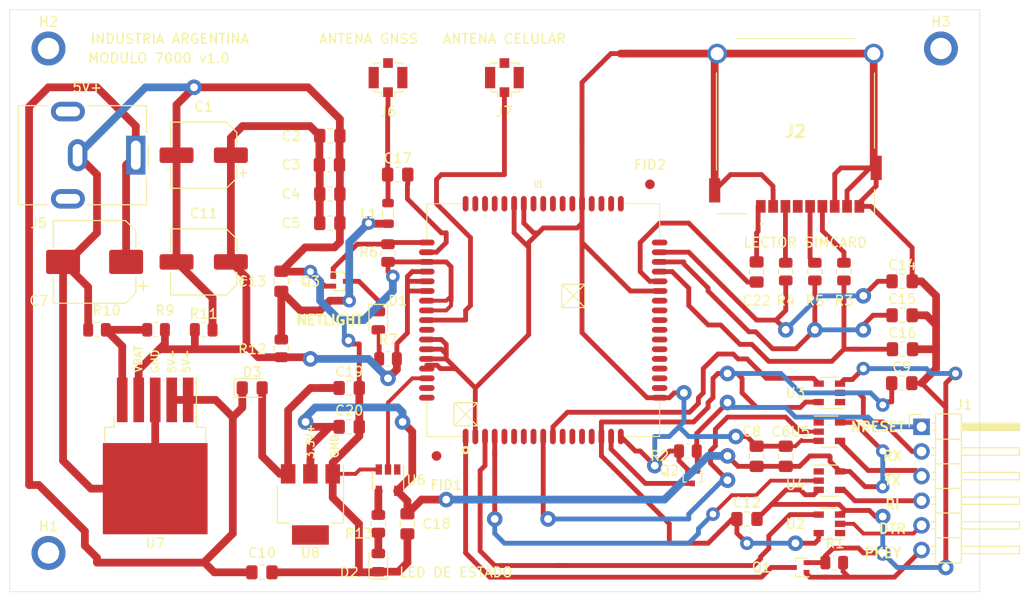
<source format=kicad_pcb>
(kicad_pcb (version 20171130) (host pcbnew 5.1.10-88a1d61d58~90~ubuntu20.04.1)
  (title_block (title "Modulo de comunicacion basado en SIM7000G") (date 2021-09-22) (rev "Diego Brengi") (company "Licencia: CERN Open Hardware Licence Version 2.") (comment 1 "Descripcion. Replica de modulo de comunicacion basado en SIM7000G") (comment 2 "Autor: German Velardez"))
  (layers (0 F.Cu signal) (31 B.Cu signal) (34 B.Paste user hide) (35 F.Paste user hide) (36 B.SilkS user hide) (37 F.SilkS user) (38 B.Mask user hide) (39 F.Mask user hide) (44 Edge.Cuts user))
  (net 0 "")
  (net 1 GND)
  (net 2 "Net-(C13-Pad1)")
  (net 3 "Net-(C14-Pad1)")
  (net 4 "Net-(C15-Pad1)")
  (net 5 "Net-(C16-Pad1)")
  (net 6 "Net-(C17-Pad2)")
  (net 7 "Net-(C19-Pad1)")
  (net 8 "Net-(C22-Pad1)")
  (net 9 "Net-(D1-Pad2)")
  (net 10 "Net-(D1-Pad1)")
  (net 11 "Net-(D2-Pad2)")
  (net 12 "Net-(Q1-Pad3)")
  (net 13 "Net-(Q2-Pad3)")
  (net 14 "Net-(Q3-Pad1)")
  (net 15 "Net-(R10-Pad1)")
  (net 16 "Net-(R13-Pad2)")
  (net 17 "Net-(U1-Pad3)")
  (net 18 "Net-(U1-Pad4)")
  (net 19 "Net-(U1-Pad9)")
  (net 20 "Net-(U1-Pad10)")
  (net 21 "Net-(U1-Pad66)")
  (net 22 "Net-(C22-Pad2)")
  (net 23 "Net-(J2-PadP7)")
  (net 24 "Net-(J2-PadP3)")
  (net 25 "Net-(J2-PadP2)")
  (net 26 "Net-(C17-Pad1)")
  (net 27 +BATT)
  (net 28 +3V3)
  (net 29 +5VD)
  (net 30 VDD)
  (net 31 /POWERKEY)
  (net 32 /NRESET)
  (net 33 "Net-(U1-Pad5)")
  (net 34 "Net-(U1-Pad6)")
  (net 35 "Net-(U1-Pad7)")
  (net 36 "Net-(U1-Pad8)")
  (net 37 "Net-(U1-Pad11)")
  (net 38 "Net-(U1-Pad12)")
  (net 39 "Net-(U1-Pad13)")
  (net 40 "Net-(U1-Pad14)")
  (net 41 "Net-(U1-Pad23)")
  (net 42 "Net-(U1-Pad24)")
  (net 43 "Net-(U1-Pad25)")
  (net 44 "Net-(U1-Pad27)")
  (net 45 "Net-(U1-Pad28)")
  (net 46 "Net-(U1-Pad34)")
  (net 47 "Net-(U1-Pad37)")
  (net 48 "Net-(U1-Pad38)")
  (net 49 "Net-(U1-Pad48)")
  (net 50 "Net-(U1-Pad49)")
  (net 51 "Net-(U1-Pad50)")
  (net 52 "Net-(U1-Pad67)")
  (net 53 "Net-(U1-Pad68)")
  (net 54 "Net-(J2-PadP6)")
  (net 55 "Net-(J7-Pad1)")
  (net 56 /RX)
  (net 57 /TX)
  (net 58 /RI)
  (net 59 /DTR)
  (module Package_TO_SOT_SMD:SOT-23-5 (layer F.Cu) (at 159.5 123.5)
    (fp_text reference U5 (at -3 0) (layer F.SilkS))
    (fp_text value SN74LV1T34DCKR)
    (pad 1 smd rect (at -1.1 -0.95) (size 1.06 0.65) (layers F.Cu F.Paste F.Mask))
    (pad 2 smd rect (at -1.1 0) (size 1.06 0.65) (layers F.Cu F.Paste F.Mask) (net 19 "Net-(U1-Pad9)") (clearance 0.1))
    (pad 3 smd rect (at -1.1 0.95) (size 1.06 0.65) (layers F.Cu F.Paste F.Mask) (net 1 GND) (clearance 0.2))
    (pad 4 smd rect (at 1.1 0.95) (size 1.06 0.65) (layers F.Cu F.Paste F.Mask) (net 57 /TX))
    (pad 5 smd rect (at 1.1 -0.95) (size 1.06 0.65) (layers F.Cu F.Paste F.Mask) (net 28 +3V3))
  )
  (module SIM7000G:SIM7000 (layer F.Cu) (at 130 112 90)
    (fp_text reference U1 (at 14 -0.5 180) (layer F.SilkS) (effects (font (size 0.7112 0.4572) (thickness 0.1143))))
    (fp_text value SIM7000G hide)
    (pad 1 smd oval (at -12 -8 180) (size 0.6 1.6) (layers F.Cu F.Paste F.Mask) (net 12 "Net-(Q1-Pad3)"))
    (pad 2 smd oval (at -12 -7 180) (size 0.6 1.6) (layers F.Cu F.Paste F.Mask) (net 1 GND))
    (pad 3 smd oval (at -12 -6 180) (size 0.6 1.6) (layers F.Cu F.Paste F.Mask) (net 17 "Net-(U1-Pad3)"))
    (pad 4 smd oval (at -12 -5 180) (size 0.6 1.6) (layers F.Cu F.Paste F.Mask) (net 18 "Net-(U1-Pad4)"))
    (pad 5 smd oval (at -12 -4 180) (size 0.6 1.6) (layers F.Cu F.Paste F.Mask) (net 33 "Net-(U1-Pad5)"))
    (pad 6 smd oval (at -12 -3 180) (size 0.6 1.6) (layers F.Cu F.Paste F.Mask) (net 34 "Net-(U1-Pad6)"))
    (pad 7 smd oval (at -12 -2 180) (size 0.6 1.6) (layers F.Cu F.Paste F.Mask) (net 35 "Net-(U1-Pad7)"))
    (pad 8 smd oval (at -12 -1 180) (size 0.6 1.6) (layers F.Cu F.Paste F.Mask) (net 36 "Net-(U1-Pad8)"))
    (pad 9 smd oval (at -12 0 180) (size 0.6 1.6) (layers F.Cu F.Paste F.Mask) (net 19 "Net-(U1-Pad9)"))
    (pad 10 smd oval (at -12 1 180) (size 0.6 1.6) (layers F.Cu F.Paste F.Mask) (net 20 "Net-(U1-Pad10)"))
    (pad 11 smd oval (at -12 2 180) (size 0.6 1.6) (layers F.Cu F.Paste F.Mask) (net 37 "Net-(U1-Pad11)"))
    (pad 12 smd oval (at -12 3 180) (size 0.6 1.6) (layers F.Cu F.Paste F.Mask) (net 38 "Net-(U1-Pad12)"))
    (pad 13 smd oval (at -12 4 180) (size 0.6 1.6) (layers F.Cu F.Paste F.Mask) (net 39 "Net-(U1-Pad13)"))
    (pad 14 smd oval (at -12 5 180) (size 0.6 1.6) (layers F.Cu F.Paste F.Mask) (net 40 "Net-(U1-Pad14)"))
    (pad 15 smd oval (at -12 6 180) (size 0.6 1.6) (layers F.Cu F.Paste F.Mask) (net 30 VDD))
    (pad 16 smd oval (at -12 7 180) (size 0.6 1.6) (layers F.Cu F.Paste F.Mask) (net 13 "Net-(Q2-Pad3)"))
    (pad 17 smd oval (at -12 8 180) (size 0.6 1.6) (layers F.Cu F.Paste F.Mask) (net 1 GND))
    (pad 18 smd oval (at -8 12 90) (size 0.6 1.6) (layers F.Cu F.Paste F.Mask) (net 1 GND))
    (pad 19 smd oval (at -7 12 90) (size 0.6 1.6) (layers F.Cu F.Paste F.Mask))
    (pad 20 smd oval (at -6 12 90) (size 0.6 1.6) (layers F.Cu F.Paste F.Mask))
    (pad 21 smd oval (at -5 12 90) (size 0.6 1.6) (layers F.Cu F.Paste F.Mask))
    (pad 22 smd oval (at -4 12 90) (size 0.6 1.6) (layers F.Cu F.Paste F.Mask))
    (pad 23 smd oval (at -3 12 90) (size 0.6 1.6) (layers F.Cu F.Paste F.Mask) (net 41 "Net-(U1-Pad23)"))
    (pad 24 smd oval (at -2 12 90) (size 0.6 1.6) (layers F.Cu F.Paste F.Mask) (net 42 "Net-(U1-Pad24)"))
    (pad 25 smd oval (at -1 12 90) (size 0.6 1.6) (layers F.Cu F.Paste F.Mask) (net 43 "Net-(U1-Pad25)"))
    (pad 26 smd oval (at 0 12 90) (size 0.6 1.6) (layers F.Cu F.Paste F.Mask))
    (pad 27 smd oval (at 1 12 90) (size 0.6 1.6) (layers F.Cu F.Paste F.Mask) (net 44 "Net-(U1-Pad27)"))
    (pad 28 smd oval (at 2 12 90) (size 0.6 1.6) (layers F.Cu F.Paste F.Mask) (net 45 "Net-(U1-Pad28)"))
    (pad 29 smd oval (at 3 12 90) (size 0.6 1.6) (layers F.Cu F.Paste F.Mask) (net 1 GND))
    (pad 30 smd oval (at 4 12 90) (size 0.6 1.6) (layers F.Cu F.Paste F.Mask) (net 22 "Net-(C22-Pad2)"))
    (pad 31 smd oval (at 5 12 90) (size 0.6 1.6) (layers F.Cu F.Paste F.Mask) (net 5 "Net-(C16-Pad1)"))
    (pad 32 smd oval (at 6 12 90) (size 0.6 1.6) (layers F.Cu F.Paste F.Mask) (net 4 "Net-(C15-Pad1)"))
    (pad 33 smd oval (at 7 12 90) (size 0.6 1.6) (layers F.Cu F.Paste F.Mask) (net 3 "Net-(C14-Pad1)"))
    (pad 34 smd oval (at 8 12 90) (size 0.6 1.6) (layers F.Cu F.Paste F.Mask) (net 46 "Net-(U1-Pad34)"))
    (pad 35 smd oval (at 12 8 180) (size 0.6 1.6) (layers F.Cu F.Paste F.Mask))
    (pad 36 smd oval (at 12 7 180) (size 0.6 1.6) (layers F.Cu F.Paste F.Mask))
    (pad 37 smd oval (at 12 6 180) (size 0.6 1.6) (layers F.Cu F.Paste F.Mask) (net 47 "Net-(U1-Pad37)"))
    (pad 38 smd oval (at 12 5 180) (size 0.6 1.6) (layers F.Cu F.Paste F.Mask) (net 48 "Net-(U1-Pad38)"))
    (pad 39 smd oval (at 12 4 180) (size 0.6 1.6) (layers F.Cu F.Paste F.Mask) (net 1 GND))
    (pad 40 smd oval (at 12 3 180) (size 0.6 1.6) (layers F.Cu F.Paste F.Mask))
    (pad 41 smd oval (at 12 2 180) (size 0.6 1.6) (layers F.Cu F.Paste F.Mask))
    (pad 42 smd oval (at 12 1 180) (size 0.6 1.6) (layers F.Cu F.Paste F.Mask))
    (pad 43 smd oval (at 12 0 180) (size 0.6 1.6) (layers F.Cu F.Paste F.Mask))
    (pad 44 smd oval (at 12 -1 180) (size 0.6 1.6) (layers F.Cu F.Paste F.Mask))
    (pad 45 smd oval (at 12 -2 180) (size 0.6 1.6) (layers F.Cu F.Paste F.Mask) (net 1 GND))
    (pad 46 smd oval (at 12 -3 180) (size 0.6 1.6) (layers F.Cu F.Paste F.Mask) (net 1 GND))
    (pad 47 smd oval (at 12 -4 180) (size 0.6 1.6) (layers F.Cu F.Paste F.Mask))
    (pad 48 smd oval (at 12 -5 180) (size 0.6 1.6) (layers F.Cu F.Paste F.Mask) (net 49 "Net-(U1-Pad48)"))
    (pad 49 smd oval (at 12 -6 180) (size 0.6 1.6) (layers F.Cu F.Paste F.Mask) (net 50 "Net-(U1-Pad49)"))
    (pad 50 smd oval (at 12 -7 180) (size 0.6 1.6) (layers F.Cu F.Paste F.Mask) (net 51 "Net-(U1-Pad50)"))
    (pad 51 smd oval (at 12 -8 180) (size 0.6 1.6) (layers F.Cu F.Paste F.Mask))
    (pad 52 smd oval (at 8 -12 90) (size 0.6 1.6) (layers F.Cu F.Paste F.Mask) (net 14 "Net-(Q3-Pad1)"))
    (pad 53 smd oval (at 7 -12 90) (size 0.6 1.6) (layers F.Cu F.Paste F.Mask) (net 6 "Net-(C17-Pad2)"))
    (pad 54 smd oval (at 6 -12 90) (size 0.6 1.6) (layers F.Cu F.Paste F.Mask) (net 1 GND))
    (pad 55 smd oval (at 5 -12 90) (size 0.6 1.6) (layers F.Cu F.Paste F.Mask) (net 27 +BATT))
    (pad 56 smd oval (at 4 -12 90) (size 0.6 1.6) (layers F.Cu F.Paste F.Mask) (net 27 +BATT))
    (pad 57 smd oval (at 3 -12 90) (size 0.6 1.6) (layers F.Cu F.Paste F.Mask) (net 27 +BATT))
    (pad 58 smd oval (at 2 -12 90) (size 0.6 1.6) (layers F.Cu F.Paste F.Mask) (net 1 GND))
    (pad 59 smd oval (at 1 -12 90) (size 0.6 1.6) (layers F.Cu F.Paste F.Mask) (net 1 GND))
    (pad 60 smd oval (at 0 -12 90) (size 0.6 1.6) (layers F.Cu F.Paste F.Mask) (net 55 "Net-(J7-Pad1)"))
    (pad 61 smd oval (at -1 -12 90) (size 0.6 1.6) (layers F.Cu F.Paste F.Mask) (net 1 GND))
    (pad 62 smd oval (at -2 -12 90) (size 0.6 1.6) (layers F.Cu F.Paste F.Mask) (net 1 GND))
    (pad 63 smd oval (at -3 -12 90) (size 0.6 1.6) (layers F.Cu F.Paste F.Mask) (net 1 GND))
    (pad 64 smd oval (at -4 -12 90) (size 0.6 1.6) (layers F.Cu F.Paste F.Mask) (net 1 GND))
    (pad 65 smd oval (at -5 -12 90) (size 0.6 1.6) (layers F.Cu F.Paste F.Mask) (net 1 GND))
    (pad 66 smd oval (at -6 -12 90) (size 0.6 1.6) (layers F.Cu F.Paste F.Mask) (net 21 "Net-(U1-Pad66)"))
    (pad 67 smd oval (at -7 -12 90) (size 0.6 1.6) (layers F.Cu F.Paste F.Mask) (net 52 "Net-(U1-Pad67)"))
    (pad 68 smd oval (at -8 -12 90) (size 0.6 1.6) (layers F.Cu F.Paste F.Mask) (net 53 "Net-(U1-Pad68)"))
  )
  (module Package_TO_SOT_SMD:SOT-23-5 (layer F.Cu) (at 159.5 133 180)
    (fp_text reference U2 (at 3.5 0) (layer F.SilkS))
    (fp_text value SN74LV1T34DCKR)
    (pad 5 smd rect (at 1.1 -0.95 180) (size 1.06 0.65) (layers F.Cu F.Paste F.Mask) (net 30 VDD))
    (pad 4 smd rect (at 1.1 0.95 180) (size 1.06 0.65) (layers F.Cu F.Paste F.Mask) (net 17 "Net-(U1-Pad3)"))
    (pad 3 smd rect (at -1.1 0.95 180) (size 1.06 0.65) (layers F.Cu F.Paste F.Mask) (net 1 GND))
    (pad 2 smd rect (at -1.1 0 180) (size 1.06 0.65) (layers F.Cu F.Paste F.Mask) (net 59 /DTR))
    (pad 1 smd rect (at -1.1 -0.95 180) (size 1.06 0.65) (layers F.Cu F.Paste F.Mask))
  )
  (module Capacitor_SMD:CP_Elec_6.3x9.9 (layer F.Cu) (at 95 95 180)
    (fp_text reference C1 (at 0 5) (layer F.SilkS))
    (fp_text value 100uFx16V)
    (pad 2 smd roundrect (at 2.8 0 180) (size 3.5 1.6) (layers F.Cu F.Paste F.Mask) (roundrect_rratio 0.15625) (net 1 GND))
    (pad 1 smd roundrect (at -2.8 0 180) (size 3.5 1.6) (layers F.Cu F.Paste F.Mask) (roundrect_rratio 0.15625) (net 27 +BATT))
  )
  (module Capacitor_SMD:C_0805_2012Metric_Pad1.18x1.45mm_HandSolder (layer F.Cu) (at 108 93)
    (fp_text reference C2 (at -4 0.0375) (layer F.SilkS))
    (fp_text value 1uF)
    (pad 2 smd roundrect (at 1.0375 0) (size 1.175 1.45) (layers F.Cu F.Paste F.Mask) (roundrect_rratio 0.212766) (net 1 GND))
    (pad 1 smd roundrect (at -1.0375 0) (size 1.175 1.45) (layers F.Cu F.Paste F.Mask) (roundrect_rratio 0.212766) (net 27 +BATT))
  )
  (module Capacitor_SMD:C_0805_2012Metric_Pad1.18x1.45mm_HandSolder (layer F.Cu) (at 107.9625 96)
    (fp_text reference C3 (at -3.9625 0) (layer F.SilkS))
    (fp_text value 100nF)
    (pad 2 smd roundrect (at 1.0375 0) (size 1.175 1.45) (layers F.Cu F.Paste F.Mask) (roundrect_rratio 0.212766) (net 1 GND))
    (pad 1 smd roundrect (at -1.0375 0) (size 1.175 1.45) (layers F.Cu F.Paste F.Mask) (roundrect_rratio 0.212766) (net 27 +BATT))
  )
  (module Capacitor_SMD:C_0805_2012Metric_Pad1.18x1.45mm_HandSolder (layer F.Cu) (at 108 99)
    (fp_text reference C4 (at -4 0) (layer F.SilkS))
    (fp_text value 47pF)
    (pad 1 smd roundrect (at -1.0375 0) (size 1.175 1.45) (layers F.Cu F.Paste F.Mask) (roundrect_rratio 0.212766) (net 27 +BATT))
    (pad 2 smd roundrect (at 1.0375 0) (size 1.175 1.45) (layers F.Cu F.Paste F.Mask) (roundrect_rratio 0.212766) (net 1 GND))
  )
  (module Capacitor_SMD:C_0805_2012Metric_Pad1.18x1.45mm_HandSolder (layer F.Cu) (at 108 102)
    (fp_text reference C5 (at -4 0) (layer F.SilkS))
    (fp_text value 100nF)
    (pad 2 smd roundrect (at 1.0375 0) (size 1.175 1.45) (layers F.Cu F.Paste F.Mask) (roundrect_rratio 0.212766) (net 1 GND))
    (pad 1 smd roundrect (at -1.0375 0) (size 1.175 1.45) (layers F.Cu F.Paste F.Mask) (roundrect_rratio 0.212766) (net 27 +BATT))
  )
  (module Capacitor_SMD:CP_Elec_8x10 (layer F.Cu) (at 83.75 106 180)
    (fp_text reference C7 (at 5.75 -4) (layer F.SilkS))
    (fp_text value 470uFx16V)
    (pad 1 smd roundrect (at -3.25 0 180) (size 3.5 2.5) (layers F.Cu F.Paste F.Mask) (roundrect_rratio 0.1) (net 29 +5VD))
    (pad 2 smd roundrect (at 3.25 0 180) (size 3.5 2.5) (layers F.Cu F.Paste F.Mask) (roundrect_rratio 0.1) (net 1 GND))
  )
  (module Capacitor_SMD:C_0805_2012Metric_Pad1.18x1.45mm_HandSolder (layer F.Cu) (at 152 126.0375 270)
    (fp_text reference C8 (at -2.5375 0.5 180) (layer F.SilkS))
    (fp_text value 100nF)
    (pad 2 smd roundrect (at 1.0375 0 270) (size 1.175 1.45) (layers F.Cu F.Paste F.Mask) (roundrect_rratio 0.212766) (net 28 +3V3))
    (pad 1 smd roundrect (at -1.0375 0 270) (size 1.175 1.45) (layers F.Cu F.Paste F.Mask) (roundrect_rratio 0.212766) (net 1 GND))
  )
  (module Capacitor_SMD:C_0805_2012Metric_Pad1.18x1.45mm_HandSolder (layer F.Cu) (at 166.9625 118.5)
    (fp_text reference C9 (at 0 -1.68) (layer F.SilkS))
    (fp_text value 100nF)
    (pad 2 smd roundrect (at 1.0375 0) (size 1.175 1.45) (layers F.Cu F.Paste F.Mask) (roundrect_rratio 0.212766) (net 1 GND))
    (pad 1 smd roundrect (at -1.0375 0) (size 1.175 1.45) (layers F.Cu F.Paste F.Mask) (roundrect_rratio 0.212766) (net 30 VDD))
  )
  (module Capacitor_SMD:C_0805_2012Metric_Pad1.18x1.45mm_HandSolder (layer F.Cu) (at 101 138)
    (fp_text reference C10 (at 0 -2) (layer F.SilkS))
    (fp_text value 1uF)
    (pad 1 smd roundrect (at -1.0375 0) (size 1.175 1.45) (layers F.Cu F.Paste F.Mask) (roundrect_rratio 0.212766) (net 29 +5VD))
    (pad 2 smd roundrect (at 1.0375 0) (size 1.175 1.45) (layers F.Cu F.Paste F.Mask) (roundrect_rratio 0.212766) (net 1 GND))
  )
  (module Capacitor_SMD:CP_Elec_6.3x9.9 (layer F.Cu) (at 95 106 180)
    (fp_text reference C11 (at 0 5) (layer F.SilkS))
    (fp_text value 100uFx16V)
    (pad 1 smd roundrect (at -2.8 0 180) (size 3.5 1.6) (layers F.Cu F.Paste F.Mask) (roundrect_rratio 0.15625) (net 27 +BATT))
    (pad 2 smd roundrect (at 2.8 0 180) (size 3.5 1.6) (layers F.Cu F.Paste F.Mask) (roundrect_rratio 0.15625) (net 1 GND))
  )
  (module Capacitor_SMD:C_0805_2012Metric_Pad1.18x1.45mm_HandSolder (layer F.Cu) (at 103 108 90)
    (fp_text reference C13 (at 0 -3 180) (layer F.SilkS))
    (fp_text value 47pF)
    (pad 2 smd roundrect (at 1.0375 0 90) (size 1.175 1.45) (layers F.Cu F.Paste F.Mask) (roundrect_rratio 0.212766) (net 1 GND))
    (pad 1 smd roundrect (at -1.0375 0 90) (size 1.175 1.45) (layers F.Cu F.Paste F.Mask) (roundrect_rratio 0.212766) (net 2 "Net-(C13-Pad1)"))
  )
  (module Capacitor_SMD:C_0805_2012Metric_Pad1.18x1.45mm_HandSolder (layer F.Cu) (at 167 108)
    (fp_text reference C14 (at 0 -1.68) (layer F.SilkS))
    (fp_text value 47pF)
    (pad 1 smd roundrect (at -1.0375 0) (size 1.175 1.45) (layers F.Cu F.Paste F.Mask) (roundrect_rratio 0.212766) (net 3 "Net-(C14-Pad1)"))
    (pad 2 smd roundrect (at 1.0375 0) (size 1.175 1.45) (layers F.Cu F.Paste F.Mask) (roundrect_rratio 0.212766) (net 1 GND))
  )
  (module Capacitor_SMD:C_0805_2012Metric_Pad1.18x1.45mm_HandSolder (layer F.Cu) (at 167 111.5)
    (fp_text reference C15 (at 0 -1.68) (layer F.SilkS))
    (fp_text value 47pF)
    (pad 2 smd roundrect (at 1.0375 0) (size 1.175 1.45) (layers F.Cu F.Paste F.Mask) (roundrect_rratio 0.212766) (net 1 GND))
    (pad 1 smd roundrect (at -1.0375 0) (size 1.175 1.45) (layers F.Cu F.Paste F.Mask) (roundrect_rratio 0.212766) (net 4 "Net-(C15-Pad1)"))
  )
  (module Capacitor_SMD:C_0805_2012Metric_Pad1.18x1.45mm_HandSolder (layer F.Cu) (at 167.0375 115)
    (fp_text reference C16 (at 0 -1.68) (layer F.SilkS))
    (fp_text value 47pF)
    (pad 1 smd roundrect (at -1.0375 0) (size 1.175 1.45) (layers F.Cu F.Paste F.Mask) (roundrect_rratio 0.212766) (net 5 "Net-(C16-Pad1)"))
    (pad 2 smd roundrect (at 1.0375 0) (size 1.175 1.45) (layers F.Cu F.Paste F.Mask) (roundrect_rratio 0.212766) (net 1 GND))
  )
  (module Capacitor_SMD:C_0805_2012Metric_Pad1.18x1.45mm_HandSolder (layer F.Cu) (at 115 97)
    (fp_text reference C17 (at 0 -1.68) (layer F.SilkS))
    (fp_text value 47pF)
    (pad 1 smd roundrect (at -1.0375 0) (size 1.175 1.45) (layers F.Cu F.Paste F.Mask) (roundrect_rratio 0.212766) (net 26 "Net-(C17-Pad1)"))
    (pad 2 smd roundrect (at 1.0375 0) (size 1.175 1.45) (layers F.Cu F.Paste F.Mask) (roundrect_rratio 0.212766) (net 6 "Net-(C17-Pad2)"))
  )
  (module Capacitor_SMD:C_0805_2012Metric_Pad1.18x1.45mm_HandSolder (layer F.Cu) (at 116 133 270)
    (fp_text reference C18 (at 0 -3 180) (layer F.SilkS))
    (fp_text value 100nF)
    (pad 1 smd roundrect (at -1.0375 0 270) (size 1.175 1.45) (layers F.Cu F.Paste F.Mask) (roundrect_rratio 0.212766) (net 28 +3V3))
    (pad 2 smd roundrect (at 1.0375 0 270) (size 1.175 1.45) (layers F.Cu F.Paste F.Mask) (roundrect_rratio 0.212766) (net 1 GND))
  )
  (module Capacitor_SMD:C_0805_2012Metric_Pad1.18x1.45mm_HandSolder (layer F.Cu) (at 110 119)
    (fp_text reference C19 (at 0 -1.68) (layer F.SilkS))
    (fp_text value 10uF)
    (pad 2 smd roundrect (at 1.0375 0) (size 1.175 1.45) (layers F.Cu F.Paste F.Mask) (roundrect_rratio 0.212766) (net 1 GND))
    (pad 1 smd roundrect (at -1.0375 0) (size 1.175 1.45) (layers F.Cu F.Paste F.Mask) (roundrect_rratio 0.212766) (net 7 "Net-(C19-Pad1)"))
  )
  (module Capacitor_SMD:C_0805_2012Metric_Pad1.18x1.45mm_HandSolder (layer F.Cu) (at 110 123)
    (fp_text reference C20 (at 0 -1.68) (layer F.SilkS))
    (fp_text value 10uF)
    (pad 1 smd roundrect (at -1.0375 0) (size 1.175 1.45) (layers F.Cu F.Paste F.Mask) (roundrect_rratio 0.212766) (net 28 +3V3))
    (pad 2 smd roundrect (at 1.0375 0) (size 1.175 1.45) (layers F.Cu F.Paste F.Mask) (roundrect_rratio 0.212766) (net 1 GND))
  )
  (module Capacitor_SMD:C_0805_2012Metric_Pad1.18x1.45mm_HandSolder (layer F.Cu) (at 152 107.0375 270)
    (fp_text reference C22 (at 2.9625 0 180) (layer F.SilkS))
    (fp_text value 100nF)
    (pad 1 smd roundrect (at -1.0375 0 270) (size 1.175 1.45) (layers F.Cu F.Paste F.Mask) (roundrect_rratio 0.212766) (net 8 "Net-(C22-Pad1)"))
    (pad 2 smd roundrect (at 1.0375 0 270) (size 1.175 1.45) (layers F.Cu F.Paste F.Mask) (roundrect_rratio 0.212766) (net 22 "Net-(C22-Pad2)"))
  )
  (module LED_SMD:LED_0805_2012Metric (layer F.Cu) (at 113 112.0625 270)
    (fp_text reference D1 (at -2.0625 -2 180) (layer F.SilkS))
    (fp_text value LED)
    (pad 1 smd roundrect (at -0.9375 0 270) (size 0.975 1.4) (layers F.Cu F.Paste F.Mask) (net 10 "Net-(D1-Pad1)"))
    (pad 2 smd roundrect (at 0.9375 0 270) (size 0.975 1.4) (layers F.Cu F.Paste F.Mask) (net 9 "Net-(D1-Pad2)"))
  )
  (module LED_SMD:LED_0805_2012Metric (layer F.Cu) (at 113 137 90)
    (fp_text reference D2 (at -1 -3 180) (layer F.SilkS))
    (fp_text value LED)
    (pad 2 smd roundrect (at 0.9375 0 90) (size 0.975 1.4) (layers F.Cu F.Paste F.Mask) (net 11 "Net-(D2-Pad2)"))
    (pad 1 smd roundrect (at -0.9375 0 90) (size 0.975 1.4) (layers F.Cu F.Paste F.Mask) (net 1 GND))
  )
  (module Diode_SMD:D_0805_2012Metric_Pad1.15x1.40mm_HandSolder (layer F.Cu) (at 100 119)
    (fp_text reference D3 (at 0 -1.65) (layer F.SilkS))
    (fp_text value DIODE)
    (pad 1 smd roundrect (at -1.025 0) (size 1.15 1.4) (layers F.Cu F.Paste F.Mask) (roundrect_rratio 0.217391) (net 29 +5VD))
    (pad 2 smd roundrect (at 1.025 0) (size 1.15 1.4) (layers F.Cu F.Paste F.Mask) (roundrect_rratio 0.217391) (net 7 "Net-(C19-Pad1)"))
  )
  (module Fiducial:Fiducial_1mm_Mask2mm (layer F.Cu) (at 119 126)
    (fp_text reference FID1 (at 1 3) (layer F.SilkS))
    (fp_text value Fiducial)
    (pad "" smd circle (at 0 0) (size 1 1) (layers F.Cu F.Mask) (clearance 0.5))
  )
  (module Fiducial:Fiducial_1mm_Mask2mm (layer F.Cu) (at 141 98)
    (fp_text reference FID2 (at 0 -2) (layer F.SilkS))
    (fp_text value Fiducial)
    (pad "" smd circle (at 0 0) (size 1 1) (layers F.Cu F.Mask) (clearance 0.5))
  )
  (module MountingHole:MountingHole_2.2mm_M2_ISO7380_Pad_TopBottom (layer F.Cu) (at 79 136)
    (fp_text reference H1 (at 0 -2.75) (layer F.SilkS))
    (fp_text value MountingHole)
    (pad 1 connect circle (at 0 0) (size 3.5 3.5) (layers B.Cu B.Mask))
    (pad 1 connect circle (at 0 0) (size 3.5 3.5) (layers F.Cu F.Mask))
    (pad 1 thru_hole circle (at 0 0) (size 2.6 2.6) (drill 2.2) (layers *.Cu *.Mask))
  )
  (module MountingHole:MountingHole_2.2mm_M2_ISO7380_Pad_TopBottom (layer F.Cu) (at 79 84)
    (fp_text reference H2 (at 0 -2.75) (layer F.SilkS))
    (fp_text value MountingHole)
    (pad 1 thru_hole circle (at 0 0) (size 2.6 2.6) (drill 2.2) (layers *.Cu *.Mask))
    (pad 1 connect circle (at 0 0) (size 3.5 3.5) (layers F.Cu F.Mask))
    (pad 1 connect circle (at 0 0) (size 3.5 3.5) (layers B.Cu B.Mask))
  )
  (module MountingHole:MountingHole_2.2mm_M2_ISO7380_Pad_TopBottom (layer F.Cu) (at 171 84)
    (fp_text reference H3 (at 0 -2.75) (layer F.SilkS))
    (fp_text value MountingHole)
    (pad 1 thru_hole circle (at 0 0) (size 2.6 2.6) (drill 2.2) (layers *.Cu *.Mask))
    (pad 1 connect circle (at 0 0) (size 3.5 3.5) (layers F.Cu F.Mask))
    (pad 1 connect circle (at 0 0) (size 3.5 3.5) (layers B.Cu B.Mask))
  )
  (module 115Q-BCA0:115QBCA0 (layer F.Cu) (at 156 92 180)
    (fp_text reference J2 (at 0 -0.55) (layer F.SilkS) (effects (font (size 1.27 1.27) (thickness 0.254))))
    (fp_text value 115Q-BCA0 hide)
    (pad G1 thru_hole circle (at -8.07 7.475 180) (size 2.019 2.019) (drill 1.34629) (layers *.Cu *.Mask) (net 1 GND))
    (pad G2 thru_hole circle (at 8.07 7.475 180) (size 2.019 2.019) (drill 1.34629) (layers *.Cu *.Mask) (net 1 GND))
    (pad G3 smd rect (at -8.325 -4.305 180) (size 1.15 2.5) (layers F.Cu F.Paste F.Mask) (net 1 GND))
    (pad G4 smd rect (at 8.325 -6.625 180) (size 1.15 2.5) (layers F.Cu F.Paste F.Mask) (net 1 GND))
    (pad P1 smd rect (at 3.57 -8.275 180) (size 1 1.3) (layers F.Cu F.Paste F.Mask) (net 8 "Net-(C22-Pad1)"))
    (pad P2 smd rect (at 1.03 -8.275 180) (size 1 1.3) (layers F.Cu F.Paste F.Mask) (net 25 "Net-(J2-PadP2)"))
    (pad P3 smd rect (at -1.51 -8.275 180) (size 1 1.3) (layers F.Cu F.Paste F.Mask) (net 24 "Net-(J2-PadP3)"))
    (pad P4 smd rect (at -4.05 -8.275 180) (size 1 1.3) (layers F.Cu F.Paste F.Mask) (net 1 GND))
    (pad P5 smd rect (at 2.3 -8.275 180) (size 1 1.3) (layers F.Cu F.Paste F.Mask) (net 1 GND))
    (pad P6 smd rect (at -0.24 -8.275 180) (size 1 1.3) (layers F.Cu F.Paste F.Mask) (net 54 "Net-(J2-PadP6)"))
    (pad P7 smd rect (at -2.78 -8.275 180) (size 1 1.3) (layers F.Cu F.Paste F.Mask) (net 23 "Net-(J2-PadP7)") (clearance 0.2))
    (pad P8 smd rect (at -5.32 -8.275 180) (size 1 1.3) (layers F.Cu F.Paste F.Mask) (net 1 GND) (clearance 0.1))
    (pad CD1 smd rect (at -6.59 -8.275 180) (size 1 1.3) (layers F.Cu F.Paste F.Mask) (net 1 GND) (clearance 0.2))
  )
  (module Connector_BarrelJack:BarrelJack_CUI_PJ-063AH_Horizontal (layer F.Cu) (at 88 95 270)
    (fp_text reference J5 (at 7 10 180) (layer F.SilkS))
    (fp_text value Jack-DC)
    (pad 1 thru_hole rect (at 0 0 270) (size 4 2) (drill oval 3 1) (layers *.Cu *.Mask) (net 29 +5VD))
    (pad 2 thru_hole oval (at 0 6 270) (size 3.3 2) (drill oval 2.3 1) (layers *.Cu *.Mask) (net 1 GND))
    (pad MP thru_hole oval (at -4.5 7 270) (size 2 3.5) (drill oval 1 2.5) (layers *.Cu *.Mask))
    (pad MP thru_hole oval (at 4.5 7 270) (size 2 3.5) (drill oval 1 2.5) (layers *.Cu *.Mask))
    (pad "" np_thru_hole circle (at 0 9 270) (size 1.6 1.6) (drill 1.6) (layers *.Cu *.Mask))
  )
  (module Connector_Coaxial:U.FL_Molex_MCRF_73412-0110_Vertical (layer F.Cu) (at 114 87)
    (fp_text reference J6 (at 0 3.5) (layer F.SilkS))
    (fp_text value 1661)
    (pad 1 smd rect (at 0 1.5) (size 1 1) (layers F.Cu F.Paste F.Mask) (net 26 "Net-(C17-Pad1)"))
    (pad 2 smd rect (at 0 -1.5) (size 1 1) (layers F.Cu F.Paste F.Mask))
    (pad 2 smd rect (at 1.475 0) (size 1.05 2.2) (layers F.Cu F.Paste F.Mask))
    (pad 2 smd rect (at -1.475 0) (size 1.05 2.2) (layers F.Cu F.Paste F.Mask))
  )
  (module Connector_Coaxial:U.FL_Molex_MCRF_73412-0110_Vertical (layer F.Cu) (at 126 87)
    (fp_text reference J7 (at 0 3.5) (layer F.SilkS))
    (fp_text value 1661)
    (pad 2 smd rect (at -1.475 0) (size 1.05 2.2) (layers F.Cu F.Paste F.Mask))
    (pad 2 smd rect (at 1.475 0) (size 1.05 2.2) (layers F.Cu F.Paste F.Mask))
    (pad 2 smd rect (at 0 -1.5) (size 1 1) (layers F.Cu F.Paste F.Mask))
    (pad 1 smd rect (at 0 1.5) (size 1 1) (layers F.Cu F.Paste F.Mask) (net 55 "Net-(J7-Pad1)"))
  )
  (module Inductor_SMD:L_0805_2012Metric (layer F.Cu) (at 114 101 90)
    (fp_text reference L1 (at 0 -2 180) (layer F.SilkS))
    (fp_text value 47nH)
    (pad 1 smd roundrect (at -1.0625 0 90) (size 0.875 1.2) (layers F.Cu F.Paste F.Mask) (net 2 "Net-(C13-Pad1)"))
    (pad 2 smd roundrect (at 1.0625 0 90) (size 0.875 1.2) (layers F.Cu F.Paste F.Mask) (net 26 "Net-(C17-Pad1)"))
  )
  (module Package_TO_SOT_SMD:SOT-416 (layer F.Cu) (at 109 108)
    (fp_text reference Q3 (at -3 0) (layer F.SilkS))
    (fp_text value NTE4153NT1G)
    (pad 1 smd rect (at -0.65 -0.5) (size 0.6 0.5) (layers F.Cu F.Paste F.Mask) (net 14 "Net-(Q3-Pad1)"))
    (pad 2 smd rect (at -0.65 0.5) (size 0.6 0.5) (layers F.Cu F.Paste F.Mask) (net 1 GND))
    (pad 3 smd rect (at 0.65 0) (size 0.6 0.5) (layers F.Cu F.Paste F.Mask) (net 10 "Net-(D1-Pad1)"))
  )
  (module Resistor_SMD:R_0805_2012Metric (layer F.Cu) (at 161 107 270)
    (fp_text reference R3 (at 3 0 180) (layer F.SilkS))
    (fp_text value 22)
    (pad 1 smd roundrect (at -0.9125 0 270) (size 1.025 1.4) (layers F.Cu F.Paste F.Mask) (roundrect_rratio 0.243902) (net 23 "Net-(J2-PadP7)"))
    (pad 2 smd roundrect (at 0.9125 0 270) (size 1.025 1.4) (layers F.Cu F.Paste F.Mask) (roundrect_rratio 0.243902) (net 5 "Net-(C16-Pad1)"))
  )
  (module Resistor_SMD:R_0805_2012Metric (layer F.Cu) (at 155 107 270)
    (fp_text reference R4 (at 3 0 180) (layer F.SilkS))
    (fp_text value 22)
    (pad 2 smd roundrect (at 0.9125 0 270) (size 1.025 1.4) (layers F.Cu F.Paste F.Mask) (roundrect_rratio 0.243902) (net 3 "Net-(C14-Pad1)"))
    (pad 1 smd roundrect (at -0.9125 0 270) (size 1.025 1.4) (layers F.Cu F.Paste F.Mask) (roundrect_rratio 0.243902) (net 25 "Net-(J2-PadP2)"))
  )
  (module Resistor_SMD:R_0805_2012Metric (layer F.Cu) (at 158 107 270)
    (fp_text reference R5 (at 3 0 180) (layer F.SilkS))
    (fp_text value 22)
    (pad 2 smd roundrect (at 0.9125 0 270) (size 1.025 1.4) (layers F.Cu F.Paste F.Mask) (roundrect_rratio 0.243902) (net 4 "Net-(C15-Pad1)"))
    (pad 1 smd roundrect (at -0.9125 0 270) (size 1.025 1.4) (layers F.Cu F.Paste F.Mask) (roundrect_rratio 0.243902) (net 24 "Net-(J2-PadP3)"))
  )
  (module Resistor_SMD:R_0805_2012Metric (layer F.Cu) (at 114 105.0875 90)
    (fp_text reference R6 (at 0.0875 -2 180) (layer F.SilkS))
    (fp_text value 10K)
    (pad 1 smd roundrect (at -0.9125 0 90) (size 1.025 1.4) (layers F.Cu F.Paste F.Mask) (roundrect_rratio 0.243902) (net 1 GND))
    (pad 2 smd roundrect (at 0.9125 0 90) (size 1.025 1.4) (layers F.Cu F.Paste F.Mask) (roundrect_rratio 0.243902) (net 14 "Net-(Q3-Pad1)"))
  )
  (module Resistor_SMD:R_0805_2012Metric (layer F.Cu) (at 114 116 180)
    (fp_text reference R7 (at 0 2) (layer F.SilkS))
    (fp_text value 330)
    (pad 1 smd roundrect (at -0.9125 0 180) (size 1.025 1.4) (layers F.Cu F.Paste F.Mask) (roundrect_rratio 0.243902) (net 27 +BATT))
    (pad 2 smd roundrect (at 0.9125 0 180) (size 1.025 1.4) (layers F.Cu F.Paste F.Mask) (roundrect_rratio 0.243902) (net 9 "Net-(D1-Pad2)"))
  )
  (module Resistor_SMD:R_0805_2012Metric (layer F.Cu) (at 90.0875 113 180)
    (fp_text reference R9 (at -0.9125 2) (layer F.SilkS))
    (fp_text value 100K)
    (pad 2 smd roundrect (at 0.9125 0 180) (size 1.025 1.4) (layers F.Cu F.Paste F.Mask) (roundrect_rratio 0.243902) (net 15 "Net-(R10-Pad1)"))
    (pad 1 smd roundrect (at -0.9125 0 180) (size 1.025 1.4) (layers F.Cu F.Paste F.Mask) (roundrect_rratio 0.243902) (net 27 +BATT))
  )
  (module Resistor_SMD:R_0805_2012Metric (layer F.Cu) (at 84 113 180)
    (fp_text reference R10 (at -1 2) (layer F.SilkS))
    (fp_text value 47K)
    (pad 1 smd roundrect (at -0.9125 0 180) (size 1.025 1.4) (layers F.Cu F.Paste F.Mask) (roundrect_rratio 0.243902) (net 15 "Net-(R10-Pad1)"))
    (pad 2 smd roundrect (at 0.9125 0 180) (size 1.025 1.4) (layers F.Cu F.Paste F.Mask) (roundrect_rratio 0.243902) (net 1 GND))
  )
  (module Resistor_SMD:R_0805_2012Metric (layer F.Cu) (at 95 113)
    (fp_text reference R11 (at 0 -1.65) (layer F.SilkS))
    (fp_text value 470K)
    (pad 2 smd roundrect (at 0.9125 0) (size 1.025 1.4) (layers F.Cu F.Paste F.Mask) (roundrect_rratio 0.243902) (net 1 GND))
    (pad 1 smd roundrect (at -0.9125 0) (size 1.025 1.4) (layers F.Cu F.Paste F.Mask) (roundrect_rratio 0.243902) (net 27 +BATT))
  )
  (module Resistor_SMD:R_0805_2012Metric (layer F.Cu) (at 103 114.9125 90)
    (fp_text reference R12 (at -0.0875 -3 180) (layer F.SilkS))
    (fp_text value 10)
    (pad 1 smd roundrect (at -0.9125 0 90) (size 1.025 1.4) (layers F.Cu F.Paste F.Mask) (roundrect_rratio 0.243902) (net 27 +BATT))
    (pad 2 smd roundrect (at 0.9125 0 90) (size 1.025 1.4) (layers F.Cu F.Paste F.Mask) (roundrect_rratio 0.243902) (net 2 "Net-(C13-Pad1)"))
  )
  (module Resistor_SMD:R_0805_2012Metric (layer F.Cu) (at 113 133 90)
    (fp_text reference R13 (at -1 -2 180) (layer F.SilkS))
    (fp_text value 330)
    (pad 2 smd roundrect (at 0.9125 0 90) (size 1.025 1.4) (layers F.Cu F.Paste F.Mask) (roundrect_rratio 0.243902) (net 16 "Net-(R13-Pad2)"))
    (pad 1 smd roundrect (at -0.9125 0 90) (size 1.025 1.4) (layers F.Cu F.Paste F.Mask) (roundrect_rratio 0.243902) (net 11 "Net-(D2-Pad2)"))
  )
  (module Package_TO_SOT_SMD:SOT-23-5 (layer F.Cu) (at 159.5 119.5 180)
    (fp_text reference U3 (at 3.5 0) (layer F.SilkS))
    (fp_text value SN74LV1T34DCKR)
    (pad 5 smd rect (at 1.1 -0.95 180) (size 1.06 0.65) (layers F.Cu F.Paste F.Mask) (net 30 VDD))
    (pad 4 smd rect (at 1.1 0.95 180) (size 1.06 0.65) (layers F.Cu F.Paste F.Mask) (net 20 "Net-(U1-Pad10)"))
    (pad 3 smd rect (at -1.1 0.95 180) (size 1.06 0.65) (layers F.Cu F.Paste F.Mask) (net 1 GND) (clearance 0.1))
    (pad 2 smd rect (at -1.1 0 180) (size 1.06 0.65) (layers F.Cu F.Paste F.Mask) (net 56 /RX))
    (pad 1 smd rect (at -1.1 -0.95 180) (size 1.06 0.65) (layers F.Cu F.Paste F.Mask))
  )
  (module Package_TO_SOT_SMD:SOT-23-5 (layer F.Cu) (at 114 128.5 270)
    (fp_text reference U6 (at 0 -2.9 180) (layer F.SilkS))
    (fp_text value SN74LV1T34DCKR)
    (pad 1 smd rect (at -1.1 -0.95 270) (size 1.06 0.65) (layers F.Cu F.Paste F.Mask))
    (pad 2 smd rect (at -1.1 0 270) (size 1.06 0.65) (layers F.Cu F.Paste F.Mask) (net 21 "Net-(U1-Pad66)") (clearance 0.3))
    (pad 3 smd rect (at -1.1 0.95 270) (size 1.06 0.65) (layers F.Cu F.Paste F.Mask) (net 1 GND))
    (pad 4 smd rect (at 1.1 0.95 270) (size 1.06 0.65) (layers F.Cu F.Paste F.Mask) (net 16 "Net-(R13-Pad2)"))
    (pad 5 smd rect (at 1.1 -0.95 270) (size 1.06 0.65) (layers F.Cu F.Paste F.Mask) (net 28 +3V3))
  )
  (module Package_TO_SOT_SMD:TO-263-5_TabPin3 (layer F.Cu) (at 90 126 270)
    (fp_text reference U7 (at 9 0 180) (layer F.SilkS))
    (fp_text value MIC29302WU)
    (pad 1 smd rect (at -5.775 -3.4 270) (size 4.6 1.1) (layers F.Cu F.Paste F.Mask) (net 29 +5VD))
    (pad 2 smd rect (at -5.775 -1.7 270) (size 4.6 1.1) (layers F.Cu F.Paste F.Mask) (net 29 +5VD))
    (pad 3 smd rect (at -5.775 0 270) (size 4.6 1.1) (layers F.Cu F.Paste F.Mask) (net 1 GND))
    (pad 4 smd rect (at -5.775 1.7 270) (size 4.6 1.1) (layers F.Cu F.Paste F.Mask) (net 27 +BATT))
    (pad 5 smd rect (at -5.775 3.4 270) (size 4.6 1.1) (layers F.Cu F.Paste F.Mask) (net 15 "Net-(R10-Pad1)"))
    (pad 3 smd rect (at 3.375 0 270) (size 9.4 10.8) (layers F.Cu F.Mask) (net 1 GND))
  )
  (module Package_TO_SOT_SMD:SOT-223 (layer F.Cu) (at 106 131 270)
    (fp_text reference U8 (at 5 0 180) (layer F.SilkS))
    (fp_text value LM1117-3.3)
    (pad 4 smd rect (at 3.15 0 270) (size 2 3.8) (layers F.Cu F.Paste F.Mask))
    (pad 2 smd rect (at -3.15 0 270) (size 2 1.5) (layers F.Cu F.Paste F.Mask) (net 28 +3V3))
    (pad 3 smd rect (at -3.15 2.3 270) (size 2 1.5) (layers F.Cu F.Paste F.Mask) (net 7 "Net-(C19-Pad1)"))
    (pad 1 smd rect (at -3.15 -2.3 270) (size 2 1.5) (layers F.Cu F.Paste F.Mask) (net 1 GND))
  )
  (module Connector_PinHeader_2.54mm:PinHeader_1x06_P2.54mm_Horizontal (layer F.Cu) (at 169 123)
    (fp_text reference J1 (at 4.385 -2.27) (layer F.SilkS))
    (fp_text value "Conector Serial")
    (pad 1 thru_hole rect (at 0 0) (size 1.7 1.7) (drill 1) (layers *.Cu *.Mask) (net 32 /NRESET))
    (pad 2 thru_hole oval (at 0 2.54) (size 1.7 1.7) (drill 1) (layers *.Cu *.Mask) (net 56 /RX))
    (pad 3 thru_hole oval (at 0 5.08) (size 1.7 1.7) (drill 1) (layers *.Cu *.Mask) (net 57 /TX))
    (pad 4 thru_hole oval (at 0 7.62) (size 1.7 1.7) (drill 1) (layers *.Cu *.Mask) (net 58 /RI))
    (pad 5 thru_hole oval (at 0 10.16) (size 1.7 1.7) (drill 1) (layers *.Cu *.Mask) (net 59 /DTR))
    (pad 6 thru_hole oval (at 0 12.7) (size 1.7 1.7) (drill 1) (layers *.Cu *.Mask) (net 31 /POWERKEY))
  )
  (module Package_TO_SOT_SMD:SOT-416 (layer F.Cu) (at 145.385001 128.185001 270)
    (fp_text reference Q2 (at -0.685001 2.385001 180) (layer F.SilkS))
    (fp_text value NTE4153NT1G)
    (pad 3 smd rect (at 0.65 0 270) (size 0.6 0.5) (layers F.Cu F.Paste F.Mask) (net 13 "Net-(Q2-Pad3)"))
    (pad 2 smd rect (at -0.65 0.5 270) (size 0.6 0.5) (layers F.Cu F.Paste F.Mask) (net 1 GND))
    (pad 1 smd rect (at -0.65 -0.5 270) (size 0.6 0.5) (layers F.Cu F.Paste F.Mask) (net 32 /NRESET))
  )
  (module Resistor_SMD:R_0805_2012Metric (layer F.Cu) (at 144.9125 125.5)
    (fp_text reference R2 (at -2.9125 0.5) (layer F.SilkS))
    (fp_text value 10K)
    (pad 2 smd roundrect (at 0.9125 0) (size 1.025 1.4) (layers F.Cu F.Paste F.Mask) (roundrect_rratio 0.243902) (net 32 /NRESET))
    (pad 1 smd roundrect (at -0.9125 0) (size 1.025 1.4) (layers F.Cu F.Paste F.Mask) (roundrect_rratio 0.243902) (net 1 GND))
  )
  (module Capacitor_SMD:C_0805_2012Metric_Pad1.18x1.45mm_HandSolder (layer F.Cu) (at 155 126.0375 270)
    (fp_text reference C6 (at -2.5375 0.5 180) (layer F.SilkS))
    (fp_text value 100nF)
    (pad 1 smd roundrect (at -1.0375 0 270) (size 1.175 1.45) (layers F.Cu F.Paste F.Mask) (roundrect_rratio 0.212766) (net 1 GND))
    (pad 2 smd roundrect (at 1.0375 0 270) (size 1.175 1.45) (layers F.Cu F.Paste F.Mask) (roundrect_rratio 0.212766) (net 28 +3V3))
  )
  (module Capacitor_SMD:C_0805_2012Metric_Pad1.18x1.45mm_HandSolder (layer F.Cu) (at 151 132.5)
    (fp_text reference C12 (at 0 -1.68) (layer F.SilkS))
    (fp_text value 100nF)
    (pad 2 smd roundrect (at 1.0375 0) (size 1.175 1.45) (layers F.Cu F.Paste F.Mask) (roundrect_rratio 0.212766) (net 1 GND))
    (pad 1 smd roundrect (at -1.0375 0) (size 1.175 1.45) (layers F.Cu F.Paste F.Mask) (roundrect_rratio 0.212766) (net 30 VDD))
  )
  (module Package_TO_SOT_SMD:SOT-416 (layer F.Cu) (at 156.5 137.5 180)
    (fp_text reference Q1 (at 4 0) (layer F.SilkS))
    (fp_text value NTE4153NT1G)
    (pad 1 smd rect (at -0.65 -0.5 180) (size 0.6 0.5) (layers F.Cu F.Paste F.Mask) (net 31 /POWERKEY))
    (pad 2 smd rect (at -0.65 0.5 180) (size 0.6 0.5) (layers F.Cu F.Paste F.Mask) (net 1 GND))
    (pad 3 smd rect (at 0.65 0 180) (size 0.6 0.5) (layers F.Cu F.Paste F.Mask) (net 12 "Net-(Q1-Pad3)"))
  )
  (module Resistor_SMD:R_0805_2012Metric (layer F.Cu) (at 160 137)
    (fp_text reference R1 (at 0.0875 -2) (layer F.SilkS))
    (fp_text value 10K)
    (pad 1 smd roundrect (at -0.9125 0) (size 1.025 1.4) (layers F.Cu F.Paste F.Mask) (roundrect_rratio 0.243902) (net 1 GND))
    (pad 2 smd roundrect (at 0.9125 0) (size 1.025 1.4) (layers F.Cu F.Paste F.Mask) (roundrect_rratio 0.243902) (net 31 /POWERKEY))
  )
  (module Package_TO_SOT_SMD:SOT-23-5 (layer F.Cu) (at 159.5 128.55)
    (fp_text reference U4 (at -3.5 0.45) (layer F.SilkS))
    (fp_text value SN74LV1T34DCKR)
    (pad 1 smd rect (at -1.1 -0.95) (size 1.06 0.65) (layers F.Cu F.Paste F.Mask))
    (pad 2 smd rect (at -1.1 0) (size 1.06 0.65) (layers F.Cu F.Paste F.Mask) (net 18 "Net-(U1-Pad4)"))
    (pad 3 smd rect (at -1.1 0.95) (size 1.06 0.65) (layers F.Cu F.Paste F.Mask) (net 1 GND))
    (pad 4 smd rect (at 1.1 0.95) (size 1.06 0.65) (layers F.Cu F.Paste F.Mask) (net 58 /RI))
    (pad 5 smd rect (at 1.1 -0.95) (size 1.06 0.65) (layers F.Cu F.Paste F.Mask) (net 28 +3V3))
  )
  (gr_text " MODULO 7000 v1.0" (at 90 85) (layer F.SilkS) (effects (font (size 1 1))))
  (gr_text NETLIGHT (at 108 112) (layer F.SilkS) (effects (font (size 1 1) (thickness 0.25))))
  (gr_text 3.3V+ (at 106 124.5 90) (layer F.SilkS) (effects (font (size 0.8 0.8))))
  (gr_text GND (at 108.5 125 90) (layer F.SilkS) (effects (font (size 0.8 0.8))))
  (gr_text 5V+ (at 93.25 116.25 90) (layer F.SilkS) (effects (font (size 0.8 0.8))))
  (gr_text VBAT (at 88.25 116 90) (layer F.SilkS) (effects (font (size 0.8 0.8))))
  (gr_text GND (at 90 116.25 90) (layer F.SilkS) (effects (font (size 0.8 0.8))))
  (gr_text 5V+ (at 91.75 116.25 90) (layer F.SilkS) (effects (font (size 0.8 0.8))))
  (gr_text "LECTOR SIMCARD" (at 157 104) (layer F.SilkS) (effects (font (size 1 1))))
  (gr_text "INDUSTRIA ARGENTINA" (at 91.5 83) (layer F.SilkS) (effects (font (size 1 1))))
  (gr_text 5V+ (at 83 88) (layer F.SilkS) (effects (font (size 1 1))))
  (gr_text "LED DE ESTADO" (at 121 138) (layer F.SilkS) (effects (font (size 1 1))))
  (gr_text PKEY (at 165 136) (layer F.SilkS) (effects (font (size 1 1) (thickness 0.2))))
  (gr_text DTR (at 166 133.5) (layer F.SilkS) (effects (font (size 1 1) (thickness 0.2))))
  (gr_text RI (at 166 131) (layer F.SilkS) (effects (font (size 1 1) (thickness 0.2))))
  (gr_text TX (at 166 128.5) (layer F.SilkS) (effects (font (size 1 1) (thickness 0.2))))
  (gr_text RX (at 166 126) (layer F.SilkS) (effects (font (size 1 1) (thickness 0.2))))
  (gr_text NRESET (at 164.5 123) (layer F.SilkS) (effects (font (size 1 1) (thickness 0.2))))
  (gr_text "ANTENA CELULAR" (at 126 83) (layer F.SilkS) (effects (font (size 1 1))))
  (gr_text "ANTENA GNSS" (at 112 83) (layer F.SilkS) (effects (font (size 1 1))))
  (gr_line (start 75 140) (end 75 80) (layer Edge.Cuts) (width 0.05))
  (gr_line (start 175 140) (end 75 140) (layer Edge.Cuts) (width 0.05))
  (gr_line (start 175 80) (end 175 140) (layer Edge.Cuts) (width 0.05))
  (gr_line (start 75 80) (end 175 80) (layer Edge.Cuts) (width 0.05))
  (segment (start 80.5 126.5) (end 80.5 106) (width 0.8) (layer F.Cu) (net 1))
  (segment (start 83.375 129.375) (end 80.5 126.5) (width 0.8) (layer F.Cu) (net 1))
  (segment (start 90 129.375) (end 83.375 129.375) (width 0.8) (layer F.Cu) (net 1))
  (segment (start 84 103) (end 84 97) (width 0.8) (layer F.Cu) (net 1))
  (segment (start 81 106) (end 84 103) (width 0.8) (layer F.Cu) (net 1))
  (segment (start 84 97) (end 82 95) (width 0.8) (layer F.Cu) (net 1))
  (segment (start 80.5 106) (end 81 106) (width 0.8) (layer F.Cu) (net 1))
  (segment (start 90 120.225) (end 90 129.375) (width 0.8) (layer F.Cu) (net 1))
  (segment (start 83.0875 108.5875) (end 80.5 106) (width 0.8) (layer F.Cu) (net 1))
  (segment (start 83.0875 113) (end 83.0875 108.5875) (width 0.8) (layer F.Cu) (net 1))
  (segment (start 92.2 95) (end 92.2 106) (width 0.8) (layer F.Cu) (net 1))
  (segment (start 95.9125 109.7125) (end 92.2 106) (width 0.8) (layer F.Cu) (net 1))
  (segment (start 95.9125 113) (end 95.9125 109.7125) (width 0.8) (layer F.Cu) (net 1))
  (segment (start 111.0375 119) (end 111.0375 123) (width 0.8) (layer F.Cu) (net 1))
  (segment (start 108.3 127.85) (end 108.3 126.7) (width 0.8) (layer F.Cu) (net 1))
  (segment (start 111.0375 123.9625) (end 111.0375 123) (width 0.8) (layer F.Cu) (net 1))
  (segment (start 108.3 126.7) (end 111.0375 123.9625) (width 0.8) (layer F.Cu) (net 1))
  (segment (start 109.0375 95.9625) (end 109 96) (width 0.8) (layer F.Cu) (net 1))
  (segment (start 109 98.9625) (end 109.0375 99) (width 0.8) (layer F.Cu) (net 1))
  (segment (start 168.075 111.5375) (end 168.0375 111.5) (width 0.5) (layer F.Cu) (net 1))
  (segment (start 168.0375 108) (end 168.0375 105.7225) (width 0.5) (layer F.Cu) (net 1))
  (segment (start 114 106) (end 118 106) (width 0.5) (layer F.Cu) (net 1))
  (segment (start 153.0375 131.5) (end 152.0375 132.5) (width 0.5) (layer F.Cu) (net 1))
  (segment (start 139.5 125.5) (end 138 124) (width 0.5) (layer F.Cu) (net 1))
  (segment (start 108.75 127.4) (end 108.3 127.85) (width 0.5) (layer F.Cu) (net 1))
  (segment (start 116 134.0375) (end 116 137) (width 0.8) (layer F.Cu) (net 1))
  (segment (start 115.0625 137.9375) (end 113 137.9375) (width 0.8) (layer F.Cu) (net 1))
  (segment (start 116 137) (end 115.0625 137.9375) (width 0.8) (layer F.Cu) (net 1))
  (segment (start 159.0875 137) (end 157.15 137) (width 0.5) (layer F.Cu) (net 1))
  (segment (start 109.0375 102) (end 109.0375 99) (width 0.8) (layer F.Cu) (net 1))
  (segment (start 109.0375 96.0375) (end 109 96) (width 0.8) (layer F.Cu) (net 1))
  (segment (start 109.0375 99) (end 109.0375 96.0375) (width 0.8) (layer F.Cu) (net 1))
  (segment (start 109 93.0375) (end 109.0375 93) (width 0.8) (layer F.Cu) (net 1))
  (segment (start 109 96) (end 109 93.0375) (width 0.8) (layer F.Cu) (net 1))
  (segment (start 109.0375 91.275) (end 105.7625 88) (width 0.8) (layer F.Cu) (net 1))
  (segment (start 109.0375 93) (end 109.0375 91.275) (width 0.8) (layer F.Cu) (net 1))
  (segment (start 164.07 96.05) (end 164.325 96.305) (width 0.8) (layer F.Cu) (net 1))
  (segment (start 164.07 84.525) (end 164.07 96.05) (width 0.8) (layer F.Cu) (net 1))
  (segment (start 147.675 84.78) (end 147.93 84.525) (width 0.8) (layer F.Cu) (net 1))
  (segment (start 147.675 98.625) (end 147.675 84.78) (width 0.8) (layer F.Cu) (net 1))
  (segment (start 164.07 84.525) (end 147.93 84.525) (width 0.8) (layer F.Cu) (net 1))
  (segment (start 134 102) (end 133.5 102.5) (width 0.5) (layer F.Cu) (net 1))
  (segment (start 168 118.5) (end 169 118.5) (width 0.5) (layer F.Cu) (net 1))
  (segment (start 169 118.5) (end 171.5 121) (width 0.5) (layer F.Cu) (net 1))
  (segment (start 171.5 121) (end 171.5 136.5) (width 0.5) (layer F.Cu) (net 1))
  (segment (start 162.5 135.5) (end 160.5875 135.5) (width 0.5) (layer F.Cu) (net 1))
  (segment (start 138.475 84.525) (end 136.975 84.525) (width 0.5) (layer F.Cu) (net 1))
  (segment (start 147.93 84.525) (end 138.475 84.525) (width 0.8) (layer F.Cu) (net 1))
  (segment (start 138.475 84.525) (end 137.975 84.525) (width 0.8) (layer F.Cu) (net 1))
  (segment (start 136.975 84.525) (end 134 87.5) (width 0.5) (layer F.Cu) (net 1))
  (segment (start 112.9375 138) (end 113 137.9375) (width 0.8) (layer F.Cu) (net 1))
  (segment (start 142 109) (end 139 109) (width 0.5) (layer F.Cu) (net 1))
  (segment (start 139 109) (end 134 104) (width 0.5) (layer F.Cu) (net 1))
  (segment (start 123 124) (end 123 119) (width 0.5) (layer F.Cu) (net 1))
  (segment (start 120 116) (end 118 116) (width 0.5) (layer F.Cu) (net 1))
  (segment (start 120 106) (end 118 106) (width 0.5) (layer F.Cu) (net 1))
  (segment (start 128.5 113.5) (end 123 119) (width 0.5) (layer F.Cu) (net 1))
  (segment (start 134 113.3) (end 134 103) (width 0.5) (layer F.Cu) (net 1))
  (segment (start 140.7 120) (end 134 113.3) (width 0.5) (layer F.Cu) (net 1))
  (segment (start 142 120) (end 140.7 120) (width 0.5) (layer F.Cu) (net 1))
  (segment (start 134 103) (end 134 102) (width 0.5) (layer F.Cu) (net 1))
  (segment (start 134 104) (end 134 103) (width 0.5) (layer F.Cu) (net 1))
  (segment (start 143 120) (end 142 120) (width 0.5) (layer F.Cu) (net 1))
  (segment (start 108.3 127.85) (end 108.3 130.3) (width 0.8) (layer F.Cu) (net 1))
  (segment (start 108.3 130.3) (end 111 133) (width 0.8) (layer F.Cu) (net 1))
  (segment (start 111 133) (end 111 138) (width 0.8) (layer F.Cu) (net 1))
  (segment (start 111 138) (end 112.9375 138) (width 0.8) (layer F.Cu) (net 1))
  (segment (start 102.0375 138) (end 111 138) (width 0.8) (layer F.Cu) (net 1))
  (segment (start 89 88) (end 94 88) (width 0.8) (layer B.Cu) (net 1))
  (segment (start 82 95) (end 89 88) (width 0.8) (layer B.Cu) (net 1))
  (via (at 94 88) (size 1.6) (drill 0.8) (layers F.Cu B.Cu) (net 1))
  (segment (start 105.7625 88) (end 94 88) (width 0.8) (layer F.Cu) (net 1))
  (segment (start 92.2 89.8) (end 94 88) (width 0.8) (layer F.Cu) (net 1))
  (segment (start 92.2 95) (end 92.2 89.8) (width 0.8) (layer F.Cu) (net 1))
  (segment (start 144.885001 127.535001) (end 144.885001 127.385001) (width 0.5) (layer F.Cu) (net 1))
  (segment (start 144 126.5) (end 144 125.5) (width 0.5) (layer F.Cu) (net 1))
  (segment (start 144.885001 127.385001) (end 144 126.5) (width 0.5) (layer F.Cu) (net 1))
  (segment (start 139.5 125.5) (end 140 125.5) (width 0.5) (layer F.Cu) (net 1))
  (via (at 141.5 127) (size 1.6) (drill 0.8) (layers F.Cu B.Cu) (net 1))
  (segment (start 140 125.5) (end 141.5 127) (width 0.5) (layer F.Cu) (net 1))
  (segment (start 141.5 127) (end 141.5 124) (width 0.5) (layer B.Cu) (net 1))
  (segment (start 143.000001 123.999999) (end 143.5 123.5) (width 0.5) (layer B.Cu) (net 1))
  (segment (start 141.5 124) (end 143.000001 123.999999) (width 0.5) (layer B.Cu) (net 1))
  (segment (start 143 125.5) (end 141.5 127) (width 0.5) (layer F.Cu) (net 1))
  (segment (start 144 125.5) (end 143 125.5) (width 0.5) (layer F.Cu) (net 1))
  (via (at 144.5 119.5) (size 1.6) (drill 0.8) (layers F.Cu B.Cu) (net 1))
  (segment (start 144.5 122.5) (end 144.5 119.5) (width 0.5) (layer B.Cu) (net 1))
  (segment (start 143.5 119.5) (end 143 120) (width 0.5) (layer F.Cu) (net 1))
  (segment (start 144.5 119.5) (end 143.5 119.5) (width 0.5) (layer F.Cu) (net 1))
  (via (at 171.5 137.5) (size 1.6) (drill 0.8) (layers F.Cu B.Cu) (net 1))
  (segment (start 171.5 136.5) (end 171.5 137.5) (width 0.5) (layer F.Cu) (net 1))
  (via (at 165 136) (size 1.6) (drill 0.8) (layers F.Cu B.Cu) (net 1))
  (segment (start 166.5 137.5) (end 165 136) (width 0.5) (layer B.Cu) (net 1))
  (segment (start 171.5 137.5) (end 166.5 137.5) (width 0.5) (layer B.Cu) (net 1))
  (segment (start 163 136) (end 162.5 135.5) (width 0.5) (layer F.Cu) (net 1))
  (segment (start 165 136) (end 163 136) (width 0.5) (layer F.Cu) (net 1))
  (via (at 165 132.25) (size 1.6) (drill 0.8) (layers F.Cu B.Cu) (net 1))
  (segment (start 165 136) (end 165 132.25) (width 0.5) (layer B.Cu) (net 1))
  (segment (start 113.5 110) (end 111.5 112) (width 0.8) (layer B.Cu) (net 1))
  (segment (start 111.5 112) (end 109.5 112) (width 0.8) (layer B.Cu) (net 1))
  (segment (start 159.0875 136.3) (end 159.862499 135.525001) (width 0.5) (layer F.Cu) (net 1))
  (segment (start 159.0875 137) (end 159.0875 136.3) (width 0.5) (layer F.Cu) (net 1))
  (segment (start 159.862499 135.525001) (end 160.5875 135.525001) (width 0.5) (layer F.Cu) (net 1))
  (segment (start 153.51875 131.01875) (end 153.0375 131.5) (width 0.5) (layer F.Cu) (net 1))
  (segment (start 164.25 132.25) (end 163.62001 131.62001) (width 0.5) (layer F.Cu) (net 1))
  (segment (start 165 132.25) (end 164.25 132.25) (width 0.5) (layer F.Cu) (net 1))
  (segment (start 160.815021 131.924999) (end 160.6 131.924999) (width 0.5) (layer F.Cu) (net 1))
  (via (at 109.920415 114.1) (size 1.4) (drill 0.7) (layers F.Cu B.Cu) (net 1))
  (segment (start 109.5 113.679585) (end 109.920415 114.1) (width 0.5) (layer B.Cu) (net 1))
  (segment (start 109.5 112) (end 109.5 113.679585) (width 0.5) (layer B.Cu) (net 1))
  (segment (start 110.282915 114.4625) (end 111.0375 114.4625) (width 0.5) (layer F.Cu) (net 1))
  (segment (start 109.920415 114.1) (end 110.282915 114.4625) (width 0.5) (layer F.Cu) (net 1))
  (segment (start 111.0375 114.4625) (end 111.0375 119) (width 0.5) (layer F.Cu) (net 1))
  (segment (start 168.075 115) (end 170.5 115) (width 0.8) (layer F.Cu) (net 1))
  (segment (start 170.5 115) (end 170.5 112.5) (width 0.8) (layer F.Cu) (net 1))
  (segment (start 169.5 111.5) (end 168.0375 111.5) (width 0.8) (layer F.Cu) (net 1))
  (segment (start 170.5 112.5) (end 169.5 111.5) (width 0.8) (layer F.Cu) (net 1))
  (segment (start 170.5 112.5) (end 170.5 109.5) (width 0.8) (layer F.Cu) (net 1))
  (segment (start 169 108) (end 168.0375 108) (width 0.8) (layer F.Cu) (net 1))
  (segment (start 170.5 109.5) (end 169 108) (width 0.8) (layer F.Cu) (net 1))
  (segment (start 170.5 117) (end 169 118.5) (width 0.8) (layer F.Cu) (net 1))
  (segment (start 170.5 115) (end 170.5 117) (width 0.8) (layer F.Cu) (net 1))
  (via (at 172.5 117.5) (size 1.4) (drill 0.7) (layers F.Cu B.Cu) (net 1))
  (segment (start 171.5 118.5) (end 172.5 117.5) (width 0.5) (layer F.Cu) (net 1))
  (segment (start 171.5 121) (end 171.5 118.5) (width 0.5) (layer F.Cu) (net 1))
  (segment (start 172.5 117.5) (end 170 117.5) (width 0.5) (layer B.Cu) (net 1))
  (via (at 163 117) (size 1.4) (drill 0.7) (layers F.Cu B.Cu) (net 1))
  (segment (start 169.5 117) (end 163 117) (width 0.5) (layer B.Cu) (net 1))
  (segment (start 170 117.5) (end 169.5 117) (width 0.5) (layer B.Cu) (net 1))
  (segment (start 161.875001 118.124999) (end 163 117) (width 0.5) (layer F.Cu) (net 1))
  (segment (start 161.32 100.275) (end 161.32 98.68) (width 0.5) (layer F.Cu) (net 1))
  (segment (start 163.695 96.305) (end 164.325 96.305) (width 0.5) (layer F.Cu) (net 1))
  (segment (start 161.32 98.68) (end 163.695 96.305) (width 0.5) (layer F.Cu) (net 1))
  (segment (start 147.675 98.625) (end 149.3 97) (width 0.5) (layer F.Cu) (net 1))
  (segment (start 153.680001 98.180001) (end 153.680001 98.574999) (width 0.5) (layer F.Cu) (net 1))
  (segment (start 152.5 97) (end 153.680001 98.180001) (width 0.5) (layer F.Cu) (net 1))
  (segment (start 149.3 97) (end 152.5 97) (width 0.5) (layer F.Cu) (net 1))
  (segment (start 109.0375 103.949378) (end 108.486878 104.5) (width 0.8) (layer F.Cu) (net 1))
  (segment (start 109.0375 102) (end 109.0375 103.949378) (width 0.8) (layer F.Cu) (net 1))
  (segment (start 119.059192 116.64999) (end 118 116.64999) (width 0.5) (layer F.Cu) (net 1))
  (segment (start 121 117) (end 119.409202 117) (width 0.5) (layer F.Cu) (net 1))
  (segment (start 119.409202 117) (end 119.059192 116.64999) (width 0.5) (layer F.Cu) (net 1))
  (segment (start 123 119) (end 121 117) (width 0.5) (layer F.Cu) (net 1))
  (segment (start 121 117) (end 120 116) (width 0.5) (layer F.Cu) (net 1))
  (segment (start 120 116) (end 120 115.5) (width 0.5) (layer F.Cu) (net 1))
  (segment (start 119.5 115) (end 118 115) (width 0.5) (layer F.Cu) (net 1))
  (segment (start 120 115.5) (end 119.5 115) (width 0.5) (layer F.Cu) (net 1))
  (segment (start 120 115.5) (end 120 114.5) (width 0.5) (layer F.Cu) (net 1))
  (segment (start 120 114.5) (end 119.5 114) (width 0.5) (layer F.Cu) (net 1))
  (segment (start 119.5 114) (end 118 114) (width 0.5) (layer F.Cu) (net 1))
  (segment (start 133.5 102.5) (end 130 102.5) (width 0.5) (layer F.Cu) (net 1))
  (segment (start 152 125) (end 155 125) (width 0.5) (layer F.Cu) (net 1))
  (segment (start 153.5375 131) (end 153.51875 131.01875) (width 0.5) (layer F.Cu) (net 1))
  (segment (start 153.7 98.594998) (end 153.680001 98.574999) (width 0.5) (layer F.Cu) (net 1))
  (segment (start 153.7 100.275) (end 153.7 98.594998) (width 0.5) (layer F.Cu) (net 1))
  (segment (start 162.59 100.275) (end 162.59 99.91) (width 0.5) (layer F.Cu) (net 1))
  (segment (start 162.59 99.91) (end 164.325 98.175) (width 0.5) (layer F.Cu) (net 1))
  (segment (start 164.325 98.175) (end 164.325 97.825) (width 0.5) (layer F.Cu) (net 1))
  (segment (start 164.325 96.305) (end 164.325 97.825) (width 0.5) (layer F.Cu) (net 1))
  (segment (start 162.59 100.275) (end 163.775 100.275) (width 0.5) (layer F.Cu) (net 1))
  (segment (start 168.0375 104.5375) (end 168.0375 105.7225) (width 0.5) (layer F.Cu) (net 1))
  (segment (start 163.775 100.275) (end 168.0375 104.5375) (width 0.5) (layer F.Cu) (net 1))
  (segment (start 160.05 100.275) (end 160.05 96.95) (width 0.5) (layer F.Cu) (net 1))
  (segment (start 160.695 96.305) (end 163.695 96.305) (width 0.5) (layer F.Cu) (net 1))
  (segment (start 160.05 96.95) (end 160.695 96.305) (width 0.5) (layer F.Cu) (net 1))
  (segment (start 128 100) (end 128 102) (width 0.5) (layer F.Cu) (net 1))
  (segment (start 129 103) (end 129.5 103) (width 0.5) (layer F.Cu) (net 1))
  (segment (start 128 102) (end 129 103) (width 0.5) (layer F.Cu) (net 1))
  (segment (start 129.5 103) (end 128.5 104) (width 0.5) (layer F.Cu) (net 1))
  (segment (start 130 102.5) (end 129.5 103) (width 0.5) (layer F.Cu) (net 1))
  (segment (start 127 103) (end 128.5 104.5) (width 0.5) (layer F.Cu) (net 1))
  (segment (start 127 100) (end 127 103) (width 0.5) (layer F.Cu) (net 1))
  (segment (start 128.5 104.5) (end 128.5 113.5) (width 0.5) (layer F.Cu) (net 1))
  (segment (start 128.5 104) (end 128.5 104.5) (width 0.5) (layer F.Cu) (net 1))
  (segment (start 134 102) (end 134 100) (width 0.5) (layer F.Cu) (net 1))
  (segment (start 134 100) (end 134 93) (width 0.5) (layer F.Cu) (net 1))
  (segment (start 134 93) (end 134 93.5) (width 0.5) (layer F.Cu) (net 1))
  (segment (start 134 87.5) (end 134 93) (width 0.5) (layer F.Cu) (net 1))
  (segment (start 120.5 109.5) (end 120.5 106.5) (width 0.5) (layer F.Cu) (net 1))
  (segment (start 120.5 106.5) (end 120 106) (width 0.5) (layer F.Cu) (net 1))
  (segment (start 120.5 109.5) (end 120.5 110) (width 0.5) (layer F.Cu) (net 1))
  (via (at 114.5 107.5) (size 1.4) (drill 0.7) (layers F.Cu B.Cu) (net 1))
  (segment (start 114 107) (end 114.5 107.5) (width 0.5) (layer F.Cu) (net 1))
  (segment (start 114 106) (end 114 107) (width 0.5) (layer F.Cu) (net 1))
  (segment (start 114.5 109) (end 113.5 110) (width 0.8) (layer B.Cu) (net 1))
  (segment (start 114.5 107.5) (end 114.5 109) (width 0.8) (layer B.Cu) (net 1))
  (segment (start 158.374999 129.525001) (end 158.4 129.525001) (width 0.5) (layer F.Cu) (net 1))
  (segment (start 157.9 130) (end 158.374999 129.525001) (width 0.5) (layer F.Cu) (net 1))
  (segment (start 157 130) (end 157.9 130) (width 0.5) (layer F.Cu) (net 1))
  (segment (start 156.5 129.5) (end 157 130) (width 0.5) (layer F.Cu) (net 1))
  (segment (start 155.0375 129.5) (end 156.5 129.5) (width 0.5) (layer F.Cu) (net 1))
  (segment (start 153.51875 131.01875) (end 155.0375 129.5) (width 0.5) (layer F.Cu) (net 1))
  (segment (start 163.62001 131.62001) (end 161.12001 131.62001) (width 0.5) (layer F.Cu) (net 1))
  (segment (start 160.715021 132.024999) (end 160.6 132.024999) (width 0.5) (layer F.Cu) (net 1))
  (segment (start 161.12001 131.62001) (end 160.715021 132.024999) (width 0.5) (layer F.Cu) (net 1))
  (segment (start 160.5 131) (end 161.12001 131.62001) (width 0.5) (layer F.Cu) (net 1))
  (segment (start 159.5 131) (end 160.5 131) (width 0.5) (layer F.Cu) (net 1))
  (segment (start 160 131) (end 159.5 131) (width 0.5) (layer F.Cu) (net 1))
  (segment (start 159.5 131) (end 153.5375 131) (width 0.5) (layer F.Cu) (net 1))
  (segment (start 160.625001 118.524999) (end 160.6 118.524999) (width 0.5) (layer F.Cu) (net 1))
  (segment (start 161.025001 118.124999) (end 160.625001 118.524999) (width 0.5) (layer F.Cu) (net 1))
  (segment (start 161.875001 118.124999) (end 161.025001 118.124999) (width 0.5) (layer F.Cu) (net 1))
  (segment (start 158.374999 124.475001) (end 158.4 124.475001) (width 0.5) (layer F.Cu) (net 1))
  (segment (start 113.05 127.4) (end 111.1 127.4) (width 0.4) (layer F.Cu) (net 1))
  (segment (start 110.65 127.85) (end 108.3 127.85) (width 0.4) (layer F.Cu) (net 1))
  (segment (start 111.1 127.4) (end 110.65 127.85) (width 0.4) (layer F.Cu) (net 1))
  (segment (start 120.5 110.5) (end 120 111) (width 0.4) (layer F.Cu) (net 1))
  (segment (start 120 111) (end 118 111) (width 0.4) (layer F.Cu) (net 1))
  (segment (start 120.5 110.5) (end 120.5 110) (width 0.4) (layer F.Cu) (net 1))
  (segment (start 120 110) (end 120.5 109.5) (width 0.4) (layer F.Cu) (net 1))
  (segment (start 118 110) (end 120 110) (width 0.4) (layer F.Cu) (net 1))
  (segment (start 109.5 112) (end 109 112) (width 0.8) (layer B.Cu) (net 1))
  (segment (start 109 112) (end 107 110) (width 0.8) (layer B.Cu) (net 1))
  (segment (start 107 110) (end 107 109) (width 0.8) (layer B.Cu) (net 1))
  (via (at 106 107) (size 1.4) (drill 0.7) (layers F.Cu B.Cu) (net 1))
  (segment (start 107 108) (end 106 107) (width 0.8) (layer B.Cu) (net 1))
  (segment (start 107 109) (end 107 108) (width 0.8) (layer B.Cu) (net 1))
  (segment (start 103.0375 107) (end 103 106.9625) (width 0.8) (layer F.Cu) (net 1))
  (segment (start 106 107) (end 103.0375 107) (width 0.8) (layer F.Cu) (net 1))
  (segment (start 105.4625 104.5) (end 103 106.9625) (width 0.8) (layer F.Cu) (net 1))
  (segment (start 107.5 104.5) (end 105.4625 104.5) (width 0.8) (layer F.Cu) (net 1))
  (segment (start 108.486878 104.5) (end 107.5 104.5) (width 0.8) (layer F.Cu) (net 1))
  (segment (start 107.5 104.5) (end 107 104.5) (width 0.8) (layer F.Cu) (net 1))
  (segment (start 107.5 108.5) (end 106 107) (width 0.5) (layer F.Cu) (net 1))
  (segment (start 108.35 108.5) (end 107.5 108.5) (width 0.5) (layer F.Cu) (net 1))
  (segment (start 144 123) (end 145 124) (width 0.5) (layer B.Cu) (net 1))
  (segment (start 143.5 123.5) (end 144 123) (width 0.5) (layer B.Cu) (net 1))
  (segment (start 144 123) (end 144.5 122.5) (width 0.5) (layer B.Cu) (net 1))
  (via (at 149.849972 124.000639) (size 1.6) (drill 0.8) (layers F.Cu B.Cu) (net 1))
  (segment (start 145.000639 124.000639) (end 149.849972 124.000639) (width 0.5) (layer B.Cu) (net 1))
  (segment (start 145 124) (end 145.000639 124.000639) (width 0.5) (layer B.Cu) (net 1))
  (segment (start 151.000639 124.000639) (end 152 125) (width 0.5) (layer F.Cu) (net 1))
  (segment (start 149.849972 124.000639) (end 151.000639 124.000639) (width 0.5) (layer F.Cu) (net 1))
  (segment (start 155 125) (end 156 125) (width 0.4) (layer F.Cu) (net 1))
  (segment (start 156.70998 124.45) (end 158.4 124.45) (width 0.4) (layer F.Cu) (net 1))
  (segment (start 156.62999 124.37001) (end 156.70998 124.45) (width 0.4) (layer F.Cu) (net 1))
  (segment (start 156 125) (end 156.62999 124.37001) (width 0.4) (layer F.Cu) (net 1))
  (segment (start 104.9625 111) (end 103 109.0375) (width 0.8) (layer F.Cu) (net 2))
  (segment (start 107 111) (end 104.9625 111) (width 0.8) (layer F.Cu) (net 2))
  (via (at 112 102) (size 1.4) (drill 0.7) (layers F.Cu B.Cu) (net 2))
  (segment (start 112.0625 102.0625) (end 112 102) (width 0.8) (layer F.Cu) (net 2))
  (segment (start 114 102.0625) (end 112.0625 102.0625) (width 0.8) (layer F.Cu) (net 2))
  (via (at 110 110) (size 1.4) (drill 0.7) (layers F.Cu B.Cu) (net 2))
  (segment (start 110 104) (end 110 110) (width 0.8) (layer B.Cu) (net 2))
  (segment (start 112 102) (end 110 104) (width 0.8) (layer B.Cu) (net 2))
  (segment (start 108 110) (end 107 111) (width 0.8) (layer F.Cu) (net 2))
  (segment (start 110 110) (end 108 110) (width 0.8) (layer F.Cu) (net 2))
  (segment (start 103 114) (end 103 109.0375) (width 0.8) (layer F.Cu) (net 2))
  (segment (start 165.9625 108) (end 165 108) (width 0.5) (layer F.Cu) (net 3))
  (segment (start 145 105) (end 152 112) (width 0.5) (layer F.Cu) (net 3))
  (segment (start 142 105) (end 145 105) (width 0.5) (layer F.Cu) (net 3))
  (via (at 163 109.5) (size 1.6) (drill 0.8) (layers F.Cu B.Cu) (net 3))
  (segment (start 164.5 108) (end 163 109.5) (width 0.5) (layer F.Cu) (net 3))
  (segment (start 165 108) (end 164.5 108) (width 0.5) (layer F.Cu) (net 3))
  (via (at 155 113) (size 1.6) (drill 0.8) (layers F.Cu B.Cu) (net 3))
  (segment (start 158.5 109.5) (end 155 113) (width 0.5) (layer B.Cu) (net 3))
  (segment (start 163 109.5) (end 158.5 109.5) (width 0.5) (layer B.Cu) (net 3))
  (segment (start 154 112) (end 152 112) (width 0.5) (layer F.Cu) (net 3))
  (segment (start 155 113) (end 154 112) (width 0.5) (layer F.Cu) (net 3))
  (segment (start 155 111) (end 154 112) (width 0.5) (layer F.Cu) (net 3))
  (segment (start 155 107.9125) (end 155 111) (width 0.5) (layer F.Cu) (net 3))
  (segment (start 158 108) (end 158 107.9125) (width 0.5) (layer F.Cu) (net 4))
  (via (at 163 113) (size 1.6) (drill 0.8) (layers F.Cu B.Cu) (net 4))
  (segment (start 163 112.5) (end 163 113) (width 0.5) (layer F.Cu) (net 4))
  (segment (start 164 111.5) (end 163 112.5) (width 0.5) (layer F.Cu) (net 4))
  (segment (start 165.9625 111.5) (end 164 111.5) (width 0.5) (layer F.Cu) (net 4))
  (via (at 158 113) (size 1.6) (drill 0.8) (layers F.Cu B.Cu) (net 4))
  (segment (start 161.5 113) (end 158 113) (width 0.5) (layer B.Cu) (net 4))
  (segment (start 163 113) (end 161.5 113) (width 0.5) (layer B.Cu) (net 4))
  (segment (start 161.5 113) (end 161 113) (width 0.5) (layer B.Cu) (net 4))
  (segment (start 158 107.9125) (end 158 113) (width 0.5) (layer F.Cu) (net 4))
  (segment (start 147 108.69707) (end 146.901465 108.598535) (width 0.5) (layer F.Cu) (net 4))
  (segment (start 153.64706 114.94999) (end 151.89708 113.20001) (width 0.5) (layer F.Cu) (net 4))
  (segment (start 156.05001 114.94999) (end 153.64706 114.94999) (width 0.5) (layer F.Cu) (net 4))
  (segment (start 158 113) (end 156.05001 114.94999) (width 0.5) (layer F.Cu) (net 4))
  (segment (start 142 106) (end 144.5 106) (width 0.5) (layer F.Cu) (net 4))
  (segment (start 147 108.69707) (end 144.50294 106.20001) (width 0.5) (layer F.Cu) (net 4))
  (segment (start 151.20001 113.20001) (end 147 109) (width 0.5) (layer F.Cu) (net 4))
  (segment (start 147 109) (end 147 108.69707) (width 0.5) (layer F.Cu) (net 4))
  (segment (start 151.89708 113.20001) (end 151.20001 113.20001) (width 0.5) (layer F.Cu) (net 4))
  (segment (start 161 107.9125) (end 161 115) (width 0.5) (layer F.Cu) (net 5))
  (segment (start 162.5 115) (end 161 115) (width 0.5) (layer F.Cu) (net 5))
  (segment (start 166 115) (end 162.5 115) (width 0.5) (layer F.Cu) (net 5))
  (segment (start 162.5 115) (end 162 115) (width 0.5) (layer F.Cu) (net 5))
  (segment (start 143.3 107) (end 142 107) (width 0.5) (layer F.Cu) (net 5))
  (segment (start 145 108.7) (end 143.3 107) (width 0.5) (layer F.Cu) (net 5))
  (segment (start 153.25 116.25) (end 151.5 114.5) (width 0.5) (layer F.Cu) (net 5))
  (segment (start 159.75 116.25) (end 153.25 116.25) (width 0.5) (layer F.Cu) (net 5))
  (segment (start 161 115) (end 159.75 116.25) (width 0.5) (layer F.Cu) (net 5))
  (segment (start 147 112.5) (end 145 110.5) (width 0.5) (layer F.Cu) (net 5))
  (segment (start 145 110.5) (end 145 108.7) (width 0.5) (layer F.Cu) (net 5))
  (segment (start 148.287072 112.5) (end 147 112.5) (width 0.5) (layer F.Cu) (net 5))
  (segment (start 150.287072 114.5) (end 148.287072 112.5) (width 0.5) (layer F.Cu) (net 5))
  (segment (start 151.5 114.5) (end 150.287072 114.5) (width 0.5) (layer F.Cu) (net 5))
  (segment (start 116.0375 97.9625) (end 116.0375 97) (width 0.5) (layer F.Cu) (net 6))
  (segment (start 116 98) (end 116.0375 97.9625) (width 0.5) (layer F.Cu) (net 6))
  (segment (start 119 105) (end 120 104) (width 0.5) (layer F.Cu) (net 6))
  (segment (start 118 105) (end 119 105) (width 0.5) (layer F.Cu) (net 6))
  (segment (start 120 103) (end 119.5 103) (width 0.5) (layer F.Cu) (net 6))
  (segment (start 120 104) (end 120 103) (width 0.5) (layer F.Cu) (net 6))
  (segment (start 116 99.5) (end 116 98) (width 0.5) (layer F.Cu) (net 6))
  (segment (start 119.5 103) (end 116 99.5) (width 0.5) (layer F.Cu) (net 6))
  (segment (start 103.7 121.3) (end 106 119) (width 0.8) (layer F.Cu) (net 7))
  (segment (start 106 119) (end 108 119) (width 0.8) (layer F.Cu) (net 7))
  (segment (start 108 119) (end 107.025 119) (width 0.8) (layer F.Cu) (net 7))
  (segment (start 103.7 127.85) (end 103.7 121.3) (width 0.8) (layer F.Cu) (net 7))
  (segment (start 108.9625 119) (end 108 119) (width 0.8) (layer F.Cu) (net 7))
  (segment (start 102.85 127.85) (end 101.025 126.025) (width 0.8) (layer F.Cu) (net 7))
  (segment (start 103.7 127.85) (end 102.85 127.85) (width 0.8) (layer F.Cu) (net 7))
  (segment (start 101.025 119) (end 101.025 126.025) (width 0.8) (layer F.Cu) (net 7))
  (segment (start 152 106) (end 152 103) (width 0.5) (layer F.Cu) (net 8))
  (segment (start 152.149999 102.850001) (end 152.149999 100.275) (width 0.5) (layer F.Cu) (net 8))
  (segment (start 152 103) (end 152.149999 102.850001) (width 0.5) (layer F.Cu) (net 8))
  (segment (start 113.0875 113.0875) (end 113 113) (width 0.5) (layer F.Cu) (net 9))
  (segment (start 113.0875 116) (end 113.0875 113.0875) (width 0.5) (layer F.Cu) (net 9))
  (segment (start 109.65 108) (end 111 108) (width 0.5) (layer F.Cu) (net 10))
  (segment (start 113 110) (end 113 111.125) (width 0.5) (layer F.Cu) (net 10))
  (segment (start 111 108) (end 113 110) (width 0.5) (layer F.Cu) (net 10))
  (segment (start 113 133.9125) (end 113 136.0625) (width 0.8) (layer F.Cu) (net 11))
  (segment (start 122 124) (end 122 136) (width 0.5) (layer F.Cu) (net 12))
  (segment (start 122 136) (end 123.5 137.5) (width 0.5) (layer F.Cu) (net 12))
  (segment (start 153.5 137.5) (end 155.85 137.5) (width 0.5) (layer F.Cu) (net 12))
  (segment (start 124.5 138.5) (end 152.5 138.5) (width 0.5) (layer F.Cu) (net 12))
  (segment (start 152.5 138.5) (end 153.5 137.5) (width 0.5) (layer F.Cu) (net 12))
  (segment (start 122 136) (end 124.5 138.5) (width 0.5) (layer F.Cu) (net 12))
  (segment (start 137 125.3) (end 137 124) (width 0.5) (layer F.Cu) (net 13))
  (segment (start 140.535001 128.835001) (end 137 125.3) (width 0.5) (layer F.Cu) (net 13))
  (segment (start 145.385001 128.835001) (end 140.535001 128.835001) (width 0.5) (layer F.Cu) (net 13))
  (segment (start 114.175 104) (end 114 104.175) (width 0.5) (layer F.Cu) (net 14))
  (segment (start 118 104) (end 114.175 104) (width 0.5) (layer F.Cu) (net 14))
  (segment (start 108.35 107.5) (end 108.35 106.65) (width 0.5) (layer F.Cu) (net 14))
  (segment (start 110.825 104.175) (end 114 104.175) (width 0.5) (layer F.Cu) (net 14))
  (segment (start 108.35 106.65) (end 110.825 104.175) (width 0.5) (layer F.Cu) (net 14))
  (segment (start 84.9125 113) (end 89.175 113) (width 0.8) (layer F.Cu) (net 15))
  (segment (start 86.6 114.6875) (end 84.9125 113) (width 0.8) (layer F.Cu) (net 15))
  (segment (start 86.6 120.225) (end 86.6 114.6875) (width 0.8) (layer F.Cu) (net 15))
  (segment (start 113 129.65) (end 113.05 129.6) (width 0.8) (layer F.Cu) (net 16))
  (segment (start 113 132.0875) (end 113 129.65) (width 0.8) (layer F.Cu) (net 16))
  (segment (start 152.401465 136.401465) (end 152.401465 136.598535) (width 0.5) (layer F.Cu) (net 17))
  (segment (start 153.255018 135.547912) (end 152.401465 136.401465) (width 0.5) (layer F.Cu) (net 17))
  (segment (start 152.401465 136.598535) (end 151.70001 137.29999) (width 0.5) (layer F.Cu) (net 17))
  (segment (start 153.255018 134.244982) (end 153.255018 135.547912) (width 0.5) (layer F.Cu) (net 17))
  (segment (start 155.45 132.05) (end 153.255018 134.244982) (width 0.5) (layer F.Cu) (net 17))
  (segment (start 158.4 132.05) (end 155.45 132.05) (width 0.5) (layer F.Cu) (net 17))
  (segment (start 151.70001 137.29999) (end 132.29999 137.29999) (width 0.5) (layer F.Cu) (net 17))
  (segment (start 132.29999 137.29999) (end 131.29999 137.29999) (width 0.5) (layer F.Cu) (net 17))
  (segment (start 124 127) (end 124 124) (width 0.5) (layer F.Cu) (net 17))
  (segment (start 123.5 127.5) (end 124 127) (width 0.5) (layer F.Cu) (net 17))
  (segment (start 124.99706 137.29999) (end 123.5 135.80293) (width 0.5) (layer F.Cu) (net 17))
  (segment (start 123.5 135.80293) (end 123.5 127.5) (width 0.5) (layer F.Cu) (net 17))
  (segment (start 132.29999 137.29999) (end 124.99706 137.29999) (width 0.5) (layer F.Cu) (net 17))
  (segment (start 125 125.5) (end 125 130.5) (width 0.5) (layer F.Cu) (net 18))
  (segment (start 125 124) (end 125 125.5) (width 0.5) (layer F.Cu) (net 18))
  (segment (start 125 125.5) (end 125 126) (width 0.5) (layer F.Cu) (net 18))
  (via (at 147.5 132) (size 1.4) (drill 0.7) (layers F.Cu B.Cu) (net 18))
  (segment (start 153.45 128.55) (end 151.949999 130.050001) (width 0.4) (layer F.Cu) (net 18))
  (segment (start 158.4 128.55) (end 153.45 128.55) (width 0.4) (layer F.Cu) (net 18))
  (segment (start 149.449999 130.050001) (end 147.5 132) (width 0.4) (layer F.Cu) (net 18))
  (segment (start 151.949999 130.050001) (end 149.449999 130.050001) (width 0.4) (layer F.Cu) (net 18))
  (via (at 125 132.5) (size 1.6) (drill 0.8) (layers F.Cu B.Cu) (net 18))
  (segment (start 125 130.5) (end 125 132.5) (width 0.5) (layer F.Cu) (net 18))
  (segment (start 146 133.5) (end 147.5 132) (width 0.5) (layer B.Cu) (net 18))
  (segment (start 146 134) (end 146 133.5) (width 0.5) (layer B.Cu) (net 18))
  (segment (start 145 135) (end 146 134) (width 0.5) (layer B.Cu) (net 18))
  (segment (start 126 135) (end 145 135) (width 0.5) (layer B.Cu) (net 18))
  (segment (start 125 134) (end 126 135) (width 0.5) (layer B.Cu) (net 18))
  (segment (start 125 132.5) (end 125 134) (width 0.5) (layer B.Cu) (net 18))
  (segment (start 145 132.5) (end 131.5 132.5) (width 0.5) (layer B.Cu) (net 19))
  (segment (start 131.5 132.5) (end 130.5 132.5) (width 0.5) (layer B.Cu) (net 19))
  (via (at 130.5 132.5) (size 1.6) (drill 0.8) (layers F.Cu B.Cu) (net 19))
  (segment (start 130 132) (end 130.5 132.5) (width 0.5) (layer F.Cu) (net 19))
  (segment (start 130 124) (end 130 132) (width 0.5) (layer F.Cu) (net 19))
  (segment (start 145 132.5) (end 145 132) (width 0.5) (layer B.Cu) (net 19))
  (segment (start 145 132) (end 148 129) (width 0.5) (layer B.Cu) (net 19))
  (via (at 149 128.5) (size 1.6) (drill 0.8) (layers F.Cu B.Cu) (net 19))
  (segment (start 148.5 128.5) (end 149 128.5) (width 0.5) (layer B.Cu) (net 19))
  (segment (start 148 129) (end 148.5 128.5) (width 0.5) (layer B.Cu) (net 19))
  (segment (start 157.324998 123.5) (end 158.4 123.5) (width 0.4) (layer F.Cu) (net 19))
  (segment (start 156.5 123.5) (end 157.324998 123.5) (width 0.5) (layer F.Cu) (net 19))
  (segment (start 149 122) (end 155 122) (width 0.5) (layer F.Cu) (net 19))
  (segment (start 147.75 123.25) (end 149 122) (width 0.5) (layer F.Cu) (net 19))
  (segment (start 155 122) (end 156.5 123.5) (width 0.5) (layer F.Cu) (net 19))
  (segment (start 147.25 125.455998) (end 147.75 124.955998) (width 0.5) (layer F.Cu) (net 19))
  (segment (start 147.75 124.955998) (end 147.75 123.25) (width 0.5) (layer F.Cu) (net 19))
  (segment (start 147.25 126.75) (end 147.25 125.455998) (width 0.5) (layer F.Cu) (net 19))
  (segment (start 149 128.5) (end 147.25 126.75) (width 0.5) (layer F.Cu) (net 19))
  (segment (start 158.4 118.55) (end 157.85 118) (width 0.5) (layer F.Cu) (net 20))
  (segment (start 149.590002 115.5) (end 148 115.5) (width 0.5) (layer F.Cu) (net 20))
  (segment (start 157.85 118) (end 153 118) (width 0.5) (layer F.Cu) (net 20))
  (segment (start 145.085774 121.5) (end 132.5 121.5) (width 0.5) (layer F.Cu) (net 20))
  (segment (start 132.5 121.5) (end 131 123) (width 0.5) (layer F.Cu) (net 20))
  (segment (start 131 123) (end 131 124) (width 0.5) (layer F.Cu) (net 20))
  (segment (start 153 118) (end 151 116) (width 0.5) (layer F.Cu) (net 20))
  (segment (start 151 116) (end 150.090002 116) (width 0.5) (layer F.Cu) (net 20))
  (segment (start 146 120) (end 146 120.585774) (width 0.5) (layer F.Cu) (net 20))
  (segment (start 148 115.5) (end 146.5 117) (width 0.5) (layer F.Cu) (net 20))
  (segment (start 146.5 117) (end 146.5 119.5) (width 0.5) (layer F.Cu) (net 20))
  (segment (start 146.5 119.5) (end 146 120) (width 0.5) (layer F.Cu) (net 20))
  (segment (start 150.090002 116) (end 149.590002 115.5) (width 0.5) (layer F.Cu) (net 20))
  (segment (start 146 120.585774) (end 145.085774 121.5) (width 0.5) (layer F.Cu) (net 20))
  (segment (start 116.5 118) (end 118 118) (width 0.4) (layer F.Cu) (net 21))
  (segment (start 114 120.5) (end 116.5 118) (width 0.4) (layer F.Cu) (net 21))
  (segment (start 114 127.4) (end 114 120.5) (width 0.4) (layer F.Cu) (net 21))
  (segment (start 151.075 108.075) (end 152 108.075) (width 0.5) (layer F.Cu) (net 22))
  (segment (start 142 102) (end 145 102) (width 0.5) (layer F.Cu) (net 22))
  (segment (start 140 104) (end 142 102) (width 0.5) (layer F.Cu) (net 22))
  (segment (start 140 107) (end 140 104) (width 0.5) (layer F.Cu) (net 22))
  (segment (start 145 102) (end 151.075 108.075) (width 0.5) (layer F.Cu) (net 22))
  (segment (start 141 108) (end 140 107) (width 0.5) (layer F.Cu) (net 22))
  (segment (start 142 108) (end 141 108) (width 0.5) (layer F.Cu) (net 22))
  (segment (start 158.78 100.275) (end 158.78 102.78) (width 0.5) (layer F.Cu) (net 23))
  (segment (start 161 105) (end 161 106.0875) (width 0.5) (layer F.Cu) (net 23))
  (segment (start 158.81001 102.81001) (end 158.81001 102.78) (width 0.5) (layer F.Cu) (net 23))
  (segment (start 161 105) (end 158.81001 102.81001) (width 0.5) (layer F.Cu) (net 23))
  (segment (start 157.51 105.5975) (end 158 106.0875) (width 0.5) (layer F.Cu) (net 24))
  (segment (start 157.51 100.275) (end 157.51 105.5975) (width 0.5) (layer F.Cu) (net 24))
  (segment (start 154.97 106.0575) (end 155 106.0875) (width 0.5) (layer F.Cu) (net 25))
  (segment (start 154.97 100.275) (end 154.97 106.0575) (width 0.5) (layer F.Cu) (net 25))
  (segment (start 114 97.0375) (end 113.9625 97) (width 0.5) (layer F.Cu) (net 26))
  (segment (start 114 99.9375) (end 114 97.0375) (width 0.5) (layer F.Cu) (net 26))
  (segment (start 113.9625 97) (end 113.9625 90.5375) (width 0.5) (layer F.Cu) (net 26))
  (segment (start 114 90.5) (end 114 89.040002) (width 0.5) (layer F.Cu) (net 26))
  (segment (start 113.9625 90.5375) (end 114 90.5) (width 0.5) (layer F.Cu) (net 26))
  (segment (start 107 92.9625) (end 106.9625 93) (width 0.5) (layer F.Cu) (net 27))
  (segment (start 97 106) (end 97.8 106) (width 0.8) (layer F.Cu) (net 27))
  (segment (start 88.3 117.125) (end 88.3 120.225) (width 0.8) (layer F.Cu) (net 27))
  (segment (start 90.425 115) (end 88.3 117.125) (width 0.8) (layer F.Cu) (net 27))
  (segment (start 91 114.425) (end 90.425 115) (width 0.8) (layer F.Cu) (net 27))
  (segment (start 91 113) (end 91 114.425) (width 0.8) (layer F.Cu) (net 27))
  (segment (start 97.8 95) (end 97.8 106) (width 0.8) (layer F.Cu) (net 27))
  (segment (start 94 115) (end 90.425 115) (width 0.8) (layer F.Cu) (net 27))
  (segment (start 94.0875 114.9125) (end 94 115) (width 0.8) (layer F.Cu) (net 27))
  (segment (start 94.0875 113) (end 94.0875 114.9125) (width 0.8) (layer F.Cu) (net 27))
  (segment (start 106.9625 93) (end 106.9625 92.9625) (width 0.8) (layer F.Cu) (net 27))
  (segment (start 105.9625 92) (end 106.9625 93) (width 0.8) (layer F.Cu) (net 27))
  (segment (start 99 92) (end 105.9625 92) (width 0.8) (layer F.Cu) (net 27))
  (segment (start 97.8 93.2) (end 99 92) (width 0.8) (layer F.Cu) (net 27))
  (segment (start 97.8 95) (end 97.8 93.2) (width 0.8) (layer F.Cu) (net 27))
  (segment (start 106.925 93.0375) (end 106.9625 93) (width 0.8) (layer F.Cu) (net 27))
  (segment (start 106.925 96) (end 106.925 93.0375) (width 0.8) (layer F.Cu) (net 27))
  (segment (start 106.9625 96.0375) (end 106.925 96) (width 0.8) (layer F.Cu) (net 27))
  (segment (start 106.9625 99) (end 106.9625 96.0375) (width 0.8) (layer F.Cu) (net 27))
  (segment (start 106.9625 102) (end 106.9625 99) (width 0.8) (layer F.Cu) (net 27))
  (via (at 106 116) (size 1.6) (drill 0.8) (layers F.Cu B.Cu) (net 27))
  (segment (start 106.0875 115.9125) (end 106 116) (width 0.8) (layer F.Cu) (net 27))
  (segment (start 106 116) (end 112 116) (width 0.8) (layer B.Cu) (net 27))
  (segment (start 112 116) (end 114 118) (width 0.8) (layer B.Cu) (net 27))
  (via (at 114 118) (size 1.6) (drill 0.8) (layers F.Cu B.Cu) (net 27))
  (segment (start 114.9125 117.0875) (end 114 118) (width 0.8) (layer F.Cu) (net 27))
  (segment (start 114.9125 116) (end 114.9125 117.0875) (width 0.8) (layer F.Cu) (net 27))
  (segment (start 118 109) (end 116 109) (width 0.5) (layer F.Cu) (net 27))
  (segment (start 118 108) (end 117 108) (width 0.5) (layer F.Cu) (net 27))
  (segment (start 118 107) (end 116.5 107) (width 0.5) (layer F.Cu) (net 27))
  (segment (start 116.5 107) (end 116 107.5) (width 0.5) (layer F.Cu) (net 27))
  (segment (start 117 108) (end 116 108) (width 0.5) (layer F.Cu) (net 27))
  (segment (start 116 108) (end 116 109) (width 0.5) (layer F.Cu) (net 27))
  (segment (start 116 107.5) (end 116 108) (width 0.5) (layer F.Cu) (net 27))
  (segment (start 116 109) (end 116 113.325) (width 0.5) (layer F.Cu) (net 27))
  (segment (start 116 113.325) (end 114.9125 114.4125) (width 0.5) (layer F.Cu) (net 27))
  (segment (start 114.9125 114.4125) (end 114.9125 116) (width 0.5) (layer F.Cu) (net 27))
  (segment (start 99.4 114.6) (end 99 115) (width 0.8) (layer F.Cu) (net 27))
  (segment (start 99.4 107.6) (end 99.4 114.6) (width 0.8) (layer F.Cu) (net 27))
  (segment (start 99 115) (end 94 115) (width 0.8) (layer F.Cu) (net 27))
  (segment (start 97.8 106) (end 99.4 107.6) (width 0.8) (layer F.Cu) (net 27))
  (segment (start 105.825 115.825) (end 106 116) (width 0.8) (layer F.Cu) (net 27))
  (segment (start 103 115.825) (end 105.825 115.825) (width 0.8) (layer F.Cu) (net 27))
  (segment (start 100.625 115.825) (end 99.4 114.6) (width 0.8) (layer F.Cu) (net 27))
  (segment (start 103 115.825) (end 100.625 115.825) (width 0.8) (layer F.Cu) (net 27))
  (segment (start 108.9625 123) (end 108 123) (width 0.8) (layer F.Cu) (net 28))
  (segment (start 106 125) (end 106 127.85) (width 0.8) (layer F.Cu) (net 28))
  (segment (start 108 123) (end 106 125) (width 0.8) (layer F.Cu) (net 28))
  (segment (start 160.5375 127.5375) (end 160.6 127.6) (width 0.5) (layer F.Cu) (net 28))
  (segment (start 159.575 126.575) (end 160.6 127.6) (width 0.5) (layer F.Cu) (net 28))
  (segment (start 115 129.65) (end 114.95 129.6) (width 0.5) (layer F.Cu) (net 28))
  (segment (start 117.4625 130.5) (end 116 131.9625) (width 0.8) (layer F.Cu) (net 28))
  (via (at 105.5 122.5) (size 1.6) (drill 0.8) (layers F.Cu B.Cu) (net 28))
  (segment (start 106 123) (end 105.5 122.5) (width 0.8) (layer F.Cu) (net 28))
  (segment (start 108 123) (end 106 123) (width 0.8) (layer F.Cu) (net 28))
  (segment (start 105.5 122) (end 106.5 121) (width 0.8) (layer B.Cu) (net 28))
  (segment (start 105.5 122.5) (end 105.5 122) (width 0.8) (layer B.Cu) (net 28))
  (segment (start 106.5 121) (end 115 121) (width 0.8) (layer B.Cu) (net 28))
  (segment (start 115 121) (end 115.5 121.5) (width 0.8) (layer B.Cu) (net 28))
  (via (at 115.5 122.5) (size 1.6) (drill 0.8) (layers F.Cu B.Cu) (net 28))
  (segment (start 115.5 121.5) (end 115.5 122.5) (width 0.8) (layer B.Cu) (net 28))
  (segment (start 116.5 128.05) (end 114.95 129.6) (width 0.8) (layer F.Cu) (net 28))
  (segment (start 116.5 123.5) (end 116.5 128.05) (width 0.8) (layer F.Cu) (net 28))
  (segment (start 115.5 122.5) (end 116.5 123.5) (width 0.8) (layer F.Cu) (net 28))
  (segment (start 116 130.65) (end 114.95 129.6) (width 0.8) (layer F.Cu) (net 28))
  (segment (start 116 131.9625) (end 116 130.65) (width 0.8) (layer F.Cu) (net 28))
  (segment (start 117.4625 130.5) (end 120 130.5) (width 0.8) (layer F.Cu) (net 28))
  (via (at 120 130.5) (size 1.6) (drill 0.8) (layers F.Cu B.Cu) (net 28))
  (via (at 149 126) (size 1.6) (drill 0.8) (layers F.Cu B.Cu) (net 28))
  (segment (start 142.5 130.5) (end 120 130.5) (width 0.8) (layer B.Cu) (net 28))
  (segment (start 147 126) (end 142.5 130.5) (width 0.8) (layer B.Cu) (net 28))
  (segment (start 149 126) (end 147 126) (width 0.8) (layer B.Cu) (net 28))
  (segment (start 159.5 126) (end 159.575 126.075) (width 0.5) (layer F.Cu) (net 28))
  (segment (start 159.575 126.075) (end 159.575 126.575) (width 0.5) (layer F.Cu) (net 28))
  (segment (start 157.5 126) (end 159.5 126) (width 0.5) (layer F.Cu) (net 28))
  (segment (start 158.15 126) (end 157.5 126) (width 0.5) (layer F.Cu) (net 28))
  (segment (start 160.6 122.55) (end 161.05 122.55) (width 0.5) (layer F.Cu) (net 28))
  (segment (start 160.6 127.6) (end 161.6 127.6) (width 0.5) (layer F.Cu) (net 28))
  (segment (start 163.17 129.17) (end 165 129.17) (width 0.5) (layer F.Cu) (net 28))
  (via (at 165 129.17) (size 1.4) (drill 0.7) (layers F.Cu B.Cu) (net 28))
  (segment (start 161.6 127.6) (end 163.17 129.17) (width 0.5) (layer F.Cu) (net 28))
  (via (at 165 125.5) (size 1.4) (drill 0.7) (layers F.Cu B.Cu) (net 28))
  (segment (start 165 129.17) (end 165 125.5) (width 0.5) (layer B.Cu) (net 28))
  (segment (start 162.05 122.55) (end 160.6 122.55) (width 0.5) (layer F.Cu) (net 28))
  (segment (start 165 125.5) (end 162.05 122.55) (width 0.5) (layer F.Cu) (net 28))
  (segment (start 152 127.075) (end 155 127.075) (width 0.5) (layer F.Cu) (net 28))
  (segment (start 156.425 127.075) (end 157.5 126) (width 0.5) (layer F.Cu) (net 28))
  (segment (start 155 127.075) (end 156.425 127.075) (width 0.5) (layer F.Cu) (net 28))
  (segment (start 150.075 127.075) (end 149 126) (width 0.5) (layer F.Cu) (net 28))
  (segment (start 152 127.075) (end 150.075 127.075) (width 0.5) (layer F.Cu) (net 28))
  (segment (start 87 96) (end 88 95) (width 0.8) (layer F.Cu) (net 29))
  (segment (start 87 106) (end 87 96) (width 0.8) (layer F.Cu) (net 29))
  (segment (start 93.4 120.225) (end 91.7 120.225) (width 0.8) (layer F.Cu) (net 29))
  (segment (start 98 134) (end 98 122) (width 0.8) (layer F.Cu) (net 29))
  (segment (start 79 88) (end 77 90) (width 0.8) (layer F.Cu) (net 29))
  (segment (start 84 88) (end 79 88) (width 0.8) (layer F.Cu) (net 29))
  (segment (start 88 92) (end 84 88) (width 0.8) (layer F.Cu) (net 29))
  (segment (start 88 95) (end 88 92) (width 0.8) (layer F.Cu) (net 29))
  (segment (start 98.975 121.025) (end 98 122) (width 0.8) (layer F.Cu) (net 29))
  (segment (start 98.975 119) (end 98.975 121.025) (width 0.8) (layer F.Cu) (net 29))
  (segment (start 96.09 138) (end 95.045 136.955) (width 0.8) (layer F.Cu) (net 29))
  (segment (start 99.9625 138) (end 96.09 138) (width 0.8) (layer F.Cu) (net 29))
  (segment (start 95.045 136.955) (end 98 134) (width 0.8) (layer F.Cu) (net 29))
  (segment (start 95 137) (end 95.045 136.955) (width 0.8) (layer F.Cu) (net 29))
  (segment (start 84 137) (end 95 137) (width 0.8) (layer F.Cu) (net 29))
  (segment (start 78 129) (end 77 129) (width 0.8) (layer F.Cu) (net 29))
  (segment (start 77 90) (end 77 129) (width 0.8) (layer F.Cu) (net 29))
  (segment (start 96.225 120.225) (end 97.75 121.75) (width 0.8) (layer F.Cu) (net 29))
  (segment (start 93.4 120.225) (end 96.225 120.225) (width 0.8) (layer F.Cu) (net 29))
  (segment (start 98 122) (end 97.75 121.75) (width 0.8) (layer F.Cu) (net 29))
  (segment (start 84 137) (end 84 136.5) (width 0.8) (layer F.Cu) (net 29))
  (segment (start 82.75 135.25) (end 82.75 133.75) (width 0.8) (layer F.Cu) (net 29))
  (segment (start 84 136.5) (end 82.75 135.25) (width 0.8) (layer F.Cu) (net 29))
  (segment (start 82.75 133.75) (end 78 129) (width 0.8) (layer F.Cu) (net 29))
  (segment (start 165.875 118.55) (end 165.925 118.5) (width 0.5) (layer F.Cu) (net 30))
  (segment (start 136 122.5) (end 136 124) (width 0.5) (layer F.Cu) (net 30))
  (segment (start 145.5 122.5) (end 136 122.5) (width 0.5) (layer F.Cu) (net 30))
  (segment (start 136 126) (end 136 123.439326) (width 0.5) (layer F.Cu) (net 30))
  (segment (start 143 133) (end 136 126) (width 0.5) (layer F.Cu) (net 30))
  (segment (start 136 123.439326) (end 136 124) (width 0.5) (layer F.Cu) (net 30))
  (segment (start 143 135) (end 143 133) (width 0.5) (layer F.Cu) (net 30))
  (segment (start 147 135) (end 143 135) (width 0.5) (layer F.Cu) (net 30))
  (segment (start 149.5 132.5) (end 147 135) (width 0.5) (layer F.Cu) (net 30))
  (segment (start 149.9625 132.5) (end 149.5 132.5) (width 0.5) (layer F.Cu) (net 30))
  (via (at 156 135) (size 1.6) (drill 0.8) (layers F.Cu B.Cu) (net 30))
  (via (at 149 117.5) (size 1.6) (drill 0.8) (layers F.Cu B.Cu) (net 30))
  (segment (start 149 117.5) (end 148 117.5) (width 0.5) (layer F.Cu) (net 30))
  (segment (start 147 121) (end 145.5 122.5) (width 0.5) (layer F.Cu) (net 30))
  (segment (start 150 117.5) (end 149 117.5) (width 0.5) (layer F.Cu) (net 30))
  (segment (start 150.5 118) (end 150.5 119.5) (width 0.5) (layer F.Cu) (net 30))
  (segment (start 150.5 118) (end 150 117.5) (width 0.5) (layer F.Cu) (net 30))
  (segment (start 150.5 119.5) (end 152 121) (width 0.5) (layer F.Cu) (net 30))
  (segment (start 156.5 121) (end 157.05 120.45) (width 0.5) (layer F.Cu) (net 30))
  (segment (start 152 121) (end 156.5 121) (width 0.5) (layer F.Cu) (net 30))
  (segment (start 158.4 120.45) (end 157.05 120.45) (width 0.5) (layer F.Cu) (net 30))
  (segment (start 156 135) (end 151.5 135) (width 0.5) (layer B.Cu) (net 30))
  (segment (start 151.5 135) (end 151 135) (width 0.5) (layer B.Cu) (net 30))
  (via (at 151 135) (size 1.4) (drill 0.7) (layers F.Cu B.Cu) (net 30))
  (segment (start 149.9625 133.9625) (end 149.9625 132.5) (width 0.5) (layer F.Cu) (net 30))
  (segment (start 151 135) (end 149.9625 133.9625) (width 0.5) (layer F.Cu) (net 30))
  (segment (start 158 135) (end 156 135) (width 0.5) (layer F.Cu) (net 30))
  (segment (start 158.4 134.6) (end 158 135) (width 0.5) (layer F.Cu) (net 30))
  (segment (start 158.4 133.95) (end 158.4 134.6) (width 0.5) (layer F.Cu) (net 30))
  (segment (start 147.5 118) (end 147.5 120) (width 0.5) (layer F.Cu) (net 30))
  (segment (start 148 117.5) (end 147.5 118) (width 0.5) (layer F.Cu) (net 30))
  (segment (start 147.5 120) (end 147 120.5) (width 0.5) (layer F.Cu) (net 30))
  (segment (start 147 120.5) (end 147 121) (width 0.5) (layer F.Cu) (net 30))
  (segment (start 165.925 118.5) (end 165.925 120.425) (width 0.5) (layer F.Cu) (net 30))
  (via (at 165 120.75) (size 1.4) (drill 0.7) (layers F.Cu B.Cu) (net 30))
  (segment (start 165.325 120.425) (end 165.925 120.425) (width 0.5) (layer F.Cu) (net 30))
  (segment (start 165 120.75) (end 165.325 120.425) (width 0.5) (layer F.Cu) (net 30))
  (segment (start 154.5 117.5) (end 151 117.5) (width 0.5) (layer B.Cu) (net 30))
  (segment (start 151 117.5) (end 149 117.5) (width 0.5) (layer B.Cu) (net 30))
  (segment (start 156.5 119.5) (end 154.5 117.5) (width 0.5) (layer B.Cu) (net 30))
  (segment (start 163.75 119.5) (end 156.5 119.5) (width 0.5) (layer B.Cu) (net 30))
  (segment (start 165 120.75) (end 163.75 119.5) (width 0.5) (layer B.Cu) (net 30))
  (segment (start 169 135.7) (end 167.2 137.5) (width 0.5) (layer F.Cu) (net 31))
  (segment (start 157.15 138) (end 157.15 138.15) (width 0.5) (layer F.Cu) (net 31))
  (segment (start 157.15 138.15) (end 157.5 138.5) (width 0.5) (layer F.Cu) (net 31))
  (segment (start 157.5 138.5) (end 159 138.5) (width 0.5) (layer F.Cu) (net 31))
  (segment (start 159 138.5) (end 159.4125 138.5) (width 0.5) (layer F.Cu) (net 31))
  (segment (start 166.2 138.5) (end 167.2 137.5) (width 0.5) (layer F.Cu) (net 31))
  (segment (start 162 138.5) (end 166.2 138.5) (width 0.5) (layer F.Cu) (net 31))
  (segment (start 160.9125 137.9125) (end 161.5 138.5) (width 0.5) (layer F.Cu) (net 31))
  (segment (start 160.9125 137) (end 160.9125 137.9125) (width 0.5) (layer F.Cu) (net 31))
  (segment (start 161.5 138.5) (end 162 138.5) (width 0.5) (layer F.Cu) (net 31))
  (segment (start 159 138.5) (end 161.5 138.5) (width 0.5) (layer F.Cu) (net 31))
  (segment (start 145.885001 127.535001) (end 145.964999 127.535001) (width 0.5) (layer F.Cu) (net 32))
  (segment (start 145.885001 125.560001) (end 145.825 125.5) (width 0.5) (layer F.Cu) (net 32))
  (segment (start 145.885001 127.535001) (end 145.885001 125.560001) (width 0.5) (layer F.Cu) (net 32))
  (segment (start 145.825 125.5) (end 145.825 123.675) (width 0.5) (layer F.Cu) (net 32))
  (via (at 149 120.5) (size 1.6) (drill 0.8) (layers F.Cu B.Cu) (net 32))
  (segment (start 145.825 123.675) (end 149 120.5) (width 0.5) (layer F.Cu) (net 32))
  (segment (start 164.5 123) (end 169 123) (width 0.5) (layer B.Cu) (net 32))
  (segment (start 163.5 122) (end 164.5 123) (width 0.5) (layer B.Cu) (net 32))
  (segment (start 156 122) (end 155 121) (width 0.5) (layer B.Cu) (net 32))
  (segment (start 156 122) (end 163.5 122) (width 0.5) (layer B.Cu) (net 32))
  (segment (start 155 121) (end 149.5 121) (width 0.5) (layer B.Cu) (net 32))
  (segment (start 149 120.5) (end 149.5 121) (width 0.5) (layer B.Cu) (net 32))
  (segment (start 122 111) (end 122 112) (width 0.5) (layer F.Cu) (net 55))
  (segment (start 122.5 110.5) (end 122 111) (width 0.5) (layer F.Cu) (net 55))
  (segment (start 119 100) (end 122.5 103.5) (width 0.5) (layer F.Cu) (net 55))
  (segment (start 119 97.5) (end 119 100) (width 0.5) (layer F.Cu) (net 55))
  (segment (start 119.5 97) (end 119 97.5) (width 0.5) (layer F.Cu) (net 55))
  (segment (start 122 112) (end 118 112) (width 0.5) (layer F.Cu) (net 55))
  (segment (start 122.5 103.5) (end 122.5 110.5) (width 0.5) (layer F.Cu) (net 55))
  (segment (start 126 97) (end 119.5 97) (width 0.5) (layer F.Cu) (net 55))
  (segment (start 126 88.5) (end 126 97) (width 0.5) (layer F.Cu) (net 55))
  (segment (start 165 122.5) (end 168.04 125.54) (width 0.5) (layer F.Cu) (net 56))
  (segment (start 168.04 125.54) (end 169 125.54) (width 0.5) (layer F.Cu) (net 56))
  (segment (start 163.5 122.5) (end 163 122) (width 0.5) (layer F.Cu) (net 56))
  (segment (start 163 120) (end 163 122) (width 0.5) (layer F.Cu) (net 56))
  (segment (start 163.5 122.5) (end 165 122.5) (width 0.5) (layer F.Cu) (net 56))
  (segment (start 163 120) (end 162.5 119.5) (width 0.5) (layer F.Cu) (net 56))
  (segment (start 161.5 119.5) (end 160.6 119.5) (width 0.4) (layer F.Cu) (net 56))
  (segment (start 162.5 119.5) (end 161.5 119.5) (width 0.4) (layer F.Cu) (net 56))
  (segment (start 160.6 124.45) (end 160.6 124.6) (width 0.5) (layer F.Cu) (net 57))
  (segment (start 160.6 124.6) (end 163.5 127.5) (width 0.5) (layer F.Cu) (net 57))
  (segment (start 168.42 127.5) (end 169 128.08) (width 0.5) (layer F.Cu) (net 57))
  (segment (start 163.5 127.5) (end 168.42 127.5) (width 0.5) (layer F.Cu) (net 57))
  (segment (start 169 130.62) (end 162.12 130.62) (width 0.5) (layer F.Cu) (net 58))
  (segment (start 161 129.5) (end 160.6 129.5) (width 0.5) (layer F.Cu) (net 58))
  (segment (start 162.12 130.62) (end 161 129.5) (width 0.5) (layer F.Cu) (net 58))
  (segment (start 169 133.16) (end 168.66 133.5) (width 0.5) (layer F.Cu) (net 59))
  (segment (start 160.6 133) (end 162 133) (width 0.4) (layer F.Cu) (net 59))
  (segment (start 162 133) (end 163 134) (width 0.4) (layer F.Cu) (net 59))
  (segment (start 168.16 134) (end 169 133.16) (width 0.4) (layer F.Cu) (net 59))
  (segment (start 163 134) (end 168.16 134) (width 0.4) (layer F.Cu) (net 59))
)
</source>
